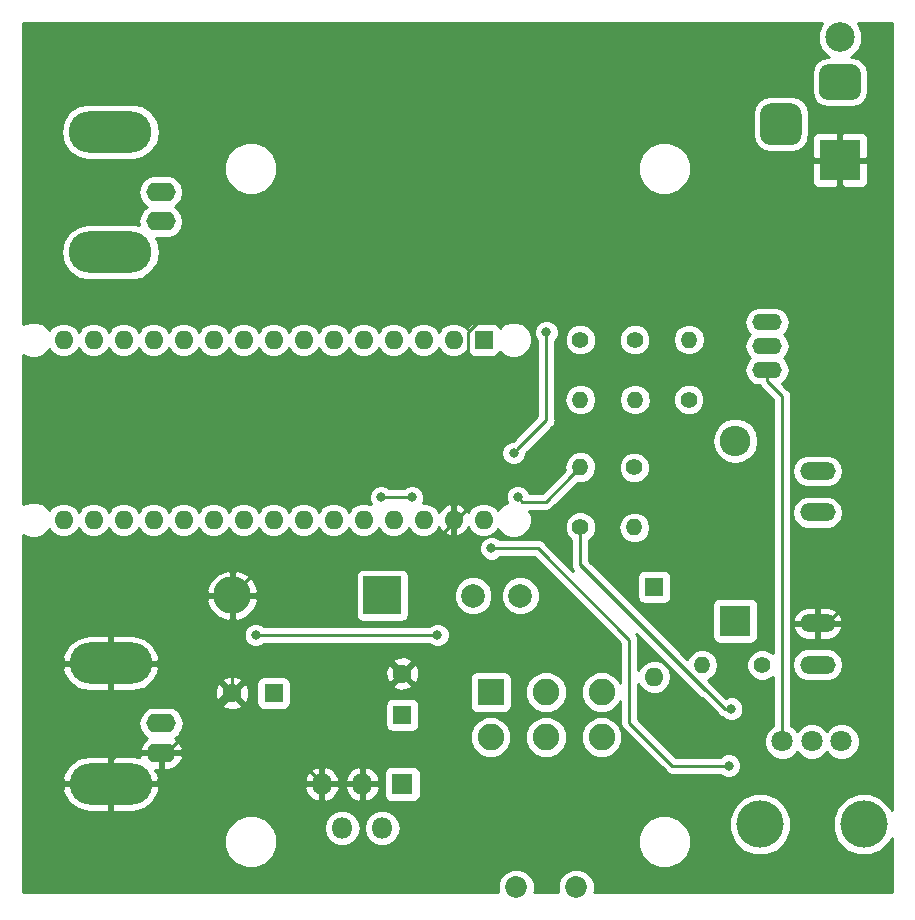
<source format=gbr>
G04 #@! TF.GenerationSoftware,KiCad,Pcbnew,(5.0.0)*
G04 #@! TF.CreationDate,2018-09-07T11:03:02+01:00*
G04 #@! TF.ProjectId,OpenSpritzer,4F70656E53707269747A65722E6B6963,rev?*
G04 #@! TF.SameCoordinates,Original*
G04 #@! TF.FileFunction,Copper,L2,Bot,Signal*
G04 #@! TF.FilePolarity,Positive*
%FSLAX46Y46*%
G04 Gerber Fmt 4.6, Leading zero omitted, Abs format (unit mm)*
G04 Created by KiCad (PCBNEW (5.0.0)) date 09/07/18 11:03:02*
%MOMM*%
%LPD*%
G01*
G04 APERTURE LIST*
G04 #@! TA.AperFunction,ComponentPad*
%ADD10O,1.400000X1.400000*%
G04 #@! TD*
G04 #@! TA.AperFunction,ComponentPad*
%ADD11C,1.400000*%
G04 #@! TD*
G04 #@! TA.AperFunction,ComponentPad*
%ADD12C,1.600000*%
G04 #@! TD*
G04 #@! TA.AperFunction,ComponentPad*
%ADD13R,1.600000X1.600000*%
G04 #@! TD*
G04 #@! TA.AperFunction,ComponentPad*
%ADD14R,2.250000X2.250000*%
G04 #@! TD*
G04 #@! TA.AperFunction,ComponentPad*
%ADD15C,2.250000*%
G04 #@! TD*
G04 #@! TA.AperFunction,ComponentPad*
%ADD16C,1.850000*%
G04 #@! TD*
G04 #@! TA.AperFunction,ComponentPad*
%ADD17O,3.010000X1.510000*%
G04 #@! TD*
G04 #@! TA.AperFunction,Conductor*
%ADD18C,0.100000*%
G04 #@! TD*
G04 #@! TA.AperFunction,ComponentPad*
%ADD19C,3.500000*%
G04 #@! TD*
G04 #@! TA.AperFunction,ComponentPad*
%ADD20C,3.000000*%
G04 #@! TD*
G04 #@! TA.AperFunction,ComponentPad*
%ADD21R,3.500000X3.500000*%
G04 #@! TD*
G04 #@! TA.AperFunction,ComponentPad*
%ADD22C,2.500000*%
G04 #@! TD*
G04 #@! TA.AperFunction,ComponentPad*
%ADD23O,7.000240X3.500120*%
G04 #@! TD*
G04 #@! TA.AperFunction,ComponentPad*
%ADD24O,2.499360X1.600200*%
G04 #@! TD*
G04 #@! TA.AperFunction,ComponentPad*
%ADD25O,2.500000X1.400000*%
G04 #@! TD*
G04 #@! TA.AperFunction,ComponentPad*
%ADD26C,1.800000*%
G04 #@! TD*
G04 #@! TA.AperFunction,WasherPad*
%ADD27C,4.000000*%
G04 #@! TD*
G04 #@! TA.AperFunction,ComponentPad*
%ADD28O,1.600000X1.600000*%
G04 #@! TD*
G04 #@! TA.AperFunction,ComponentPad*
%ADD29R,2.600000X2.600000*%
G04 #@! TD*
G04 #@! TA.AperFunction,ComponentPad*
%ADD30O,2.600000X2.600000*%
G04 #@! TD*
G04 #@! TA.AperFunction,ComponentPad*
%ADD31R,3.200000X3.200000*%
G04 #@! TD*
G04 #@! TA.AperFunction,ComponentPad*
%ADD32O,3.200000X3.200000*%
G04 #@! TD*
G04 #@! TA.AperFunction,ComponentPad*
%ADD33C,2.000000*%
G04 #@! TD*
G04 #@! TA.AperFunction,ComponentPad*
%ADD34R,1.800000X1.800000*%
G04 #@! TD*
G04 #@! TA.AperFunction,ComponentPad*
%ADD35O,1.800000X1.800000*%
G04 #@! TD*
G04 #@! TA.AperFunction,ViaPad*
%ADD36C,0.800000*%
G04 #@! TD*
G04 #@! TA.AperFunction,Conductor*
%ADD37C,0.250000*%
G04 #@! TD*
G04 #@! TA.AperFunction,Conductor*
%ADD38C,0.254000*%
G04 #@! TD*
G04 APERTURE END LIST*
D10*
G04 #@! TO.P,,2*
G04 #@! TO.N,Net-(A1-Pad5)*
X147900000Y-107580000D03*
D11*
G04 #@! TO.P,,1*
G04 #@! TO.N,Net-(J1-Pad1)*
X147900000Y-102500000D03*
G04 #@! TD*
D10*
G04 #@! TO.P,,2*
G04 #@! TO.N,Net-(Q1-Pad1)*
X152500000Y-107580000D03*
D11*
G04 #@! TO.P,,1*
G04 #@! TO.N,Net-(J1-Pad1)*
X152500000Y-102500000D03*
G04 #@! TD*
D10*
G04 #@! TO.P,,2*
G04 #@! TO.N,Net-(Q1-Pad2)*
X157075000Y-102495000D03*
D11*
G04 #@! TO.P,,1*
G04 #@! TO.N,Net-(Q1-Pad1)*
X157075000Y-107575000D03*
G04 #@! TD*
D10*
G04 #@! TO.P,,2*
G04 #@! TO.N,Net-(D2-Pad1)*
X152475000Y-118405000D03*
D11*
G04 #@! TO.P,,1*
G04 #@! TO.N,Net-(Q1-Pad2)*
X152475000Y-113325000D03*
G04 #@! TD*
D10*
G04 #@! TO.P,,2*
G04 #@! TO.N,Net-(A1-Pad19)*
X147900000Y-113295000D03*
D11*
G04 #@! TO.P,,1*
G04 #@! TO.N,Net-(R1-Pad1)*
X147900000Y-118375000D03*
G04 #@! TD*
D12*
G04 #@! TO.P,,2*
G04 #@! TO.N,GNDREF*
X118425000Y-132425000D03*
D13*
G04 #@! TO.P,,1*
G04 #@! TO.N,Net-(A1-Pad30)*
X121925000Y-132425000D03*
G04 #@! TD*
D10*
G04 #@! TO.P,,2*
G04 #@! TO.N,Net-(R2-Pad2)*
X158220000Y-130050000D03*
D11*
G04 #@! TO.P,,1*
G04 #@! TO.N,Net-(D1-Pad2)*
X163300000Y-130050000D03*
G04 #@! TD*
D14*
G04 #@! TO.P,,1*
G04 #@! TO.N,Net-(J4-Pad1)*
X140300000Y-132350000D03*
D15*
G04 #@! TO.P,,2*
G04 #@! TO.N,Net-(R2-Pad2)*
X145000000Y-132350000D03*
G04 #@! TO.P,,3*
G04 #@! TO.N,Net-(A1-Pad13)*
X149700000Y-132350000D03*
G04 #@! TO.P,,4*
G04 #@! TO.N,Net-(J4-Pad1)*
X140300000Y-136160000D03*
G04 #@! TO.P,,5*
G04 #@! TO.N,Net-(D2-Pad2)*
X145000000Y-136160000D03*
G04 #@! TO.P,,6*
G04 #@! TO.N,Net-(A1-Pad8)*
X149700000Y-136160000D03*
D16*
G04 #@! TO.P,,7*
G04 #@! TO.N,N/C*
X142460000Y-148860000D03*
G04 #@! TO.P,,8*
X147540000Y-148860000D03*
G04 #@! TD*
D17*
G04 #@! TO.P,,1*
G04 #@! TO.N,GNDREF*
X168000000Y-126525000D03*
G04 #@! TO.P,,2*
G04 #@! TO.N,Net-(D1-Pad2)*
X168000000Y-130025000D03*
G04 #@! TD*
D18*
G04 #@! TO.N,N/C*
G04 #@! TO.C,*
G36*
X165835765Y-82504213D02*
X165920704Y-82516813D01*
X166003999Y-82537677D01*
X166084848Y-82566605D01*
X166162472Y-82603319D01*
X166236124Y-82647464D01*
X166305094Y-82698616D01*
X166368718Y-82756282D01*
X166426384Y-82819906D01*
X166477536Y-82888876D01*
X166521681Y-82962528D01*
X166558395Y-83040152D01*
X166587323Y-83121001D01*
X166608187Y-83204296D01*
X166620787Y-83289235D01*
X166625000Y-83375000D01*
X166625000Y-85125000D01*
X166620787Y-85210765D01*
X166608187Y-85295704D01*
X166587323Y-85378999D01*
X166558395Y-85459848D01*
X166521681Y-85537472D01*
X166477536Y-85611124D01*
X166426384Y-85680094D01*
X166368718Y-85743718D01*
X166305094Y-85801384D01*
X166236124Y-85852536D01*
X166162472Y-85896681D01*
X166084848Y-85933395D01*
X166003999Y-85962323D01*
X165920704Y-85983187D01*
X165835765Y-85995787D01*
X165750000Y-86000000D01*
X164000000Y-86000000D01*
X163914235Y-85995787D01*
X163829296Y-85983187D01*
X163746001Y-85962323D01*
X163665152Y-85933395D01*
X163587528Y-85896681D01*
X163513876Y-85852536D01*
X163444906Y-85801384D01*
X163381282Y-85743718D01*
X163323616Y-85680094D01*
X163272464Y-85611124D01*
X163228319Y-85537472D01*
X163191605Y-85459848D01*
X163162677Y-85378999D01*
X163141813Y-85295704D01*
X163129213Y-85210765D01*
X163125000Y-85125000D01*
X163125000Y-83375000D01*
X163129213Y-83289235D01*
X163141813Y-83204296D01*
X163162677Y-83121001D01*
X163191605Y-83040152D01*
X163228319Y-82962528D01*
X163272464Y-82888876D01*
X163323616Y-82819906D01*
X163381282Y-82756282D01*
X163444906Y-82698616D01*
X163513876Y-82647464D01*
X163587528Y-82603319D01*
X163665152Y-82566605D01*
X163746001Y-82537677D01*
X163829296Y-82516813D01*
X163914235Y-82504213D01*
X164000000Y-82500000D01*
X165750000Y-82500000D01*
X165835765Y-82504213D01*
X165835765Y-82504213D01*
G37*
D19*
G04 #@! TD*
G04 #@! TO.P,,3*
G04 #@! TO.N,N/C*
X164875000Y-84250000D03*
D18*
G04 #@! TO.N,Net-(C1-Pad1)*
G04 #@! TO.C,*
G36*
X170948513Y-79203611D02*
X171021318Y-79214411D01*
X171092714Y-79232295D01*
X171162013Y-79257090D01*
X171228548Y-79288559D01*
X171291678Y-79326398D01*
X171350795Y-79370242D01*
X171405330Y-79419670D01*
X171454758Y-79474205D01*
X171498602Y-79533322D01*
X171536441Y-79596452D01*
X171567910Y-79662987D01*
X171592705Y-79732286D01*
X171610589Y-79803682D01*
X171621389Y-79876487D01*
X171625000Y-79950000D01*
X171625000Y-81450000D01*
X171621389Y-81523513D01*
X171610589Y-81596318D01*
X171592705Y-81667714D01*
X171567910Y-81737013D01*
X171536441Y-81803548D01*
X171498602Y-81866678D01*
X171454758Y-81925795D01*
X171405330Y-81980330D01*
X171350795Y-82029758D01*
X171291678Y-82073602D01*
X171228548Y-82111441D01*
X171162013Y-82142910D01*
X171092714Y-82167705D01*
X171021318Y-82185589D01*
X170948513Y-82196389D01*
X170875000Y-82200000D01*
X168875000Y-82200000D01*
X168801487Y-82196389D01*
X168728682Y-82185589D01*
X168657286Y-82167705D01*
X168587987Y-82142910D01*
X168521452Y-82111441D01*
X168458322Y-82073602D01*
X168399205Y-82029758D01*
X168344670Y-81980330D01*
X168295242Y-81925795D01*
X168251398Y-81866678D01*
X168213559Y-81803548D01*
X168182090Y-81737013D01*
X168157295Y-81667714D01*
X168139411Y-81596318D01*
X168128611Y-81523513D01*
X168125000Y-81450000D01*
X168125000Y-79950000D01*
X168128611Y-79876487D01*
X168139411Y-79803682D01*
X168157295Y-79732286D01*
X168182090Y-79662987D01*
X168213559Y-79596452D01*
X168251398Y-79533322D01*
X168295242Y-79474205D01*
X168344670Y-79419670D01*
X168399205Y-79370242D01*
X168458322Y-79326398D01*
X168521452Y-79288559D01*
X168587987Y-79257090D01*
X168657286Y-79232295D01*
X168728682Y-79214411D01*
X168801487Y-79203611D01*
X168875000Y-79200000D01*
X170875000Y-79200000D01*
X170948513Y-79203611D01*
X170948513Y-79203611D01*
G37*
D20*
G04 #@! TD*
G04 #@! TO.P,,2*
G04 #@! TO.N,Net-(C1-Pad1)*
X169875000Y-80700000D03*
D21*
G04 #@! TO.P,,1*
G04 #@! TO.N,GNDREF*
X169875000Y-87300000D03*
D22*
G04 #@! TO.P,,4*
G04 #@! TO.N,N/C*
X169875000Y-76900000D03*
G04 #@! TD*
D17*
G04 #@! TO.P,,2*
G04 #@! TO.N,Net-(D3-Pad2)*
X168000000Y-117125000D03*
G04 #@! TO.P,,1*
G04 #@! TO.N,Net-(C1-Pad1)*
X168000000Y-113625000D03*
G04 #@! TD*
D23*
G04 #@! TO.P,,2*
G04 #@! TO.N,Net-(A1-Pad27)*
X108111600Y-95097780D03*
X108111600Y-84899680D03*
D24*
G04 #@! TO.P,,1*
G04 #@! TO.N,Net-(J1-Pad1)*
X112376260Y-90000000D03*
G04 #@! TO.P,,2*
G04 #@! TO.N,Net-(A1-Pad27)*
X112376260Y-92499360D03*
G04 #@! TD*
D25*
G04 #@! TO.P,,2*
G04 #@! TO.N,Net-(Q1-Pad2)*
X163700000Y-103050000D03*
G04 #@! TO.P,,1*
G04 #@! TO.N,Net-(Q1-Pad1)*
X163700000Y-105050000D03*
G04 #@! TO.P,,3*
G04 #@! TO.N,Net-(D3-Pad2)*
X163700000Y-101050000D03*
G04 #@! TD*
D26*
G04 #@! TO.P,,3*
G04 #@! TO.N,Net-(A1-Pad27)*
X170000000Y-136525000D03*
G04 #@! TO.P,,2*
G04 #@! TO.N,Net-(R1-Pad1)*
X167500000Y-136525000D03*
G04 #@! TO.P,,1*
G04 #@! TO.N,Net-(Q1-Pad1)*
X165000000Y-136525000D03*
D27*
G04 #@! TO.P,,0*
G04 #@! TO.N,*
X171900000Y-143525000D03*
X163100000Y-143525000D03*
G04 #@! TD*
D13*
G04 #@! TO.P,,1*
G04 #@! TO.N,Net-(A1-Pad1)*
X139700000Y-102500000D03*
D28*
G04 #@! TO.P,,17*
G04 #@! TO.N,Net-(A1-Pad17)*
X106680000Y-117740000D03*
G04 #@! TO.P,,2*
G04 #@! TO.N,Net-(A1-Pad2)*
X137160000Y-102500000D03*
G04 #@! TO.P,,18*
G04 #@! TO.N,Net-(A1-Pad18)*
X109220000Y-117740000D03*
G04 #@! TO.P,,3*
G04 #@! TO.N,Net-(A1-Pad3)*
X134620000Y-102500000D03*
G04 #@! TO.P,,19*
G04 #@! TO.N,Net-(A1-Pad19)*
X111760000Y-117740000D03*
G04 #@! TO.P,,4*
G04 #@! TO.N,Net-(A1-Pad4)*
X132080000Y-102500000D03*
G04 #@! TO.P,,20*
G04 #@! TO.N,Net-(A1-Pad20)*
X114300000Y-117740000D03*
G04 #@! TO.P,,5*
G04 #@! TO.N,Net-(A1-Pad5)*
X129540000Y-102500000D03*
G04 #@! TO.P,,21*
G04 #@! TO.N,Net-(A1-Pad21)*
X116840000Y-117740000D03*
G04 #@! TO.P,,6*
G04 #@! TO.N,Net-(A1-Pad6)*
X127000000Y-102500000D03*
G04 #@! TO.P,,22*
G04 #@! TO.N,Net-(A1-Pad22)*
X119380000Y-117740000D03*
G04 #@! TO.P,,7*
G04 #@! TO.N,Net-(A1-Pad7)*
X124460000Y-102500000D03*
G04 #@! TO.P,,23*
G04 #@! TO.N,Net-(A1-Pad23)*
X121920000Y-117740000D03*
G04 #@! TO.P,,8*
G04 #@! TO.N,Net-(A1-Pad8)*
X121920000Y-102500000D03*
G04 #@! TO.P,,24*
G04 #@! TO.N,Net-(A1-Pad24)*
X124460000Y-117740000D03*
G04 #@! TO.P,,9*
G04 #@! TO.N,Net-(A1-Pad9)*
X119380000Y-102500000D03*
G04 #@! TO.P,,25*
G04 #@! TO.N,Net-(A1-Pad25)*
X127000000Y-117740000D03*
G04 #@! TO.P,,10*
G04 #@! TO.N,Net-(A1-Pad10)*
X116840000Y-102500000D03*
G04 #@! TO.P,,26*
G04 #@! TO.N,Net-(A1-Pad26)*
X129540000Y-117740000D03*
G04 #@! TO.P,,11*
G04 #@! TO.N,Net-(A1-Pad11)*
X114300000Y-102500000D03*
G04 #@! TO.P,,27*
G04 #@! TO.N,Net-(A1-Pad27)*
X132080000Y-117740000D03*
G04 #@! TO.P,,12*
G04 #@! TO.N,Net-(A1-Pad12)*
X111760000Y-102500000D03*
G04 #@! TO.P,,28*
G04 #@! TO.N,Net-(A1-Pad28)*
X134620000Y-117740000D03*
G04 #@! TO.P,,13*
G04 #@! TO.N,Net-(A1-Pad13)*
X109220000Y-102500000D03*
G04 #@! TO.P,,29*
G04 #@! TO.N,GNDREF*
X137160000Y-117740000D03*
G04 #@! TO.P,,14*
G04 #@! TO.N,Net-(A1-Pad14)*
X106680000Y-102500000D03*
G04 #@! TO.P,,30*
G04 #@! TO.N,Net-(A1-Pad30)*
X139700000Y-117740000D03*
G04 #@! TO.P,,15*
G04 #@! TO.N,Net-(A1-Pad15)*
X104140000Y-102500000D03*
G04 #@! TO.P,,16*
G04 #@! TO.N,Net-(A1-Pad16)*
X104140000Y-117740000D03*
G04 #@! TD*
D13*
G04 #@! TO.P,,1*
G04 #@! TO.N,Net-(D2-Pad1)*
X154150000Y-123425000D03*
D28*
G04 #@! TO.P,,2*
G04 #@! TO.N,Net-(D2-Pad2)*
X154150000Y-131045000D03*
G04 #@! TD*
D29*
G04 #@! TO.P,,1*
G04 #@! TO.N,Net-(C1-Pad1)*
X161000000Y-126300000D03*
D30*
G04 #@! TO.P,,2*
G04 #@! TO.N,Net-(D3-Pad2)*
X161000000Y-111060000D03*
G04 #@! TD*
D13*
G04 #@! TO.P,,1*
G04 #@! TO.N,Net-(C1-Pad1)*
X132825000Y-134275000D03*
D12*
G04 #@! TO.P,,2*
G04 #@! TO.N,GNDREF*
X132825000Y-130775000D03*
G04 #@! TD*
D31*
G04 #@! TO.P,,1*
G04 #@! TO.N,Net-(D4-Pad1)*
X131125000Y-124150000D03*
D32*
G04 #@! TO.P,,2*
G04 #@! TO.N,GNDREF*
X118425000Y-124150000D03*
G04 #@! TD*
D33*
G04 #@! TO.P,,1*
G04 #@! TO.N,Net-(A1-Pad30)*
X142825000Y-124175000D03*
G04 #@! TO.P,,2*
G04 #@! TO.N,Net-(D4-Pad1)*
X138825000Y-124175000D03*
G04 #@! TD*
D34*
G04 #@! TO.P,,1*
G04 #@! TO.N,Net-(C1-Pad1)*
X132825000Y-140125000D03*
D35*
G04 #@! TO.P,,2*
G04 #@! TO.N,Net-(D4-Pad1)*
X131125000Y-143825000D03*
G04 #@! TO.P,,3*
G04 #@! TO.N,GNDREF*
X129425000Y-140125000D03*
G04 #@! TO.P,,4*
G04 #@! TO.N,Net-(A1-Pad30)*
X127725000Y-143825000D03*
G04 #@! TO.P,,5*
G04 #@! TO.N,GNDREF*
X126025000Y-140125000D03*
G04 #@! TD*
D24*
G04 #@! TO.P,,2*
G04 #@! TO.N,GNDREF*
X112401260Y-137499360D03*
G04 #@! TO.P,,1*
G04 #@! TO.N,Net-(J4-Pad1)*
X112401260Y-135000000D03*
D23*
G04 #@! TO.P,,2*
G04 #@! TO.N,GNDREF*
X108136600Y-129899680D03*
X108136600Y-140097780D03*
G04 #@! TD*
D36*
G04 #@! TO.N,Net-(A1-Pad27)*
X160450000Y-138575000D03*
X142250000Y-112100000D03*
X145025000Y-101875000D03*
X140375000Y-120175000D03*
G04 #@! TO.N,Net-(A1-Pad19)*
X142600000Y-115825000D03*
X133650000Y-115850000D03*
X131025000Y-115850000D03*
G04 #@! TO.N,Net-(R1-Pad1)*
X160675000Y-133750000D03*
G04 #@! TO.N,Net-(J4-Pad1)*
X120425000Y-127500000D03*
X135800000Y-127500000D03*
G04 #@! TD*
D37*
G04 #@! TO.N,GNDREF*
X118425000Y-124150000D02*
X118425000Y-132425000D01*
X126125000Y-140125000D02*
X129425000Y-140125000D01*
X118425000Y-132425000D02*
X126125000Y-140125000D01*
X129425000Y-134175000D02*
X132825000Y-130775000D01*
X129425000Y-140125000D02*
X129425000Y-134175000D01*
X168750000Y-126525000D02*
X172375000Y-122900000D01*
X168000000Y-126525000D02*
X168750000Y-126525000D01*
X169875000Y-89300000D02*
X169875000Y-87300000D01*
X172375000Y-91800000D02*
X169875000Y-89300000D01*
X172375000Y-122900000D02*
X172375000Y-91800000D01*
X118425000Y-124150000D02*
X121650000Y-120925000D01*
X134200000Y-120925000D02*
X137160000Y-117965000D01*
X121650000Y-120925000D02*
X134200000Y-120925000D01*
X138375000Y-116750000D02*
X137160000Y-117965000D01*
X138375000Y-101864998D02*
X138375000Y-116750000D01*
X139714998Y-100525000D02*
X138375000Y-101864998D01*
X169875000Y-89300000D02*
X158650000Y-100525000D01*
X158650000Y-100525000D02*
X139714998Y-100525000D01*
X108136600Y-129899680D02*
X108136600Y-140097780D01*
X108136600Y-138097720D02*
X108136600Y-140097780D01*
X108734960Y-137499360D02*
X108136600Y-138097720D01*
X112401260Y-137499360D02*
X108734960Y-137499360D01*
X117925200Y-132425000D02*
X118425000Y-132425000D01*
X112850840Y-137499360D02*
X117925200Y-132425000D01*
X112401260Y-137499360D02*
X112850840Y-137499360D01*
G04 #@! TO.N,Net-(A1-Pad27)*
X142649999Y-111700001D02*
X142250000Y-112100000D01*
X145025000Y-109325000D02*
X142649999Y-111700001D01*
X145025000Y-101875000D02*
X145025000Y-109325000D01*
X159200000Y-138575000D02*
X160450000Y-138575000D01*
X155700000Y-138575000D02*
X160450000Y-138575000D01*
X152050000Y-134925000D02*
X155700000Y-138575000D01*
X152050000Y-127900000D02*
X152050000Y-134925000D01*
X140375000Y-120175000D02*
X144325000Y-120175000D01*
X144325000Y-120175000D02*
X152050000Y-127900000D01*
G04 #@! TO.N,Net-(A1-Pad19)*
X131025000Y-115850000D02*
X133600000Y-115850000D01*
X147200001Y-113994999D02*
X147900000Y-113295000D01*
X144970001Y-116224999D02*
X147200001Y-113994999D01*
X142999999Y-116224999D02*
X144970001Y-116224999D01*
X142600000Y-115825000D02*
X142999999Y-116224999D01*
G04 #@! TO.N,Net-(R1-Pad1)*
X147900000Y-121600000D02*
X147900000Y-118375000D01*
X158470001Y-132170001D02*
X147900000Y-121600000D01*
X147900000Y-119364949D02*
X147900000Y-118375000D01*
X147900000Y-121540685D02*
X147900000Y-119364949D01*
X160109315Y-133750000D02*
X147900000Y-121540685D01*
X160675000Y-133750000D02*
X160109315Y-133750000D01*
G04 #@! TO.N,Net-(J4-Pad1)*
X135234315Y-127500000D02*
X120425000Y-127500000D01*
X135800000Y-127500000D02*
X135234315Y-127500000D01*
G04 #@! TO.N,Net-(Q1-Pad1)*
X164950000Y-134327208D02*
X164950000Y-107250000D01*
X165000000Y-107300000D02*
X164150000Y-106450000D01*
X165000000Y-136525000D02*
X165000000Y-107300000D01*
X164950000Y-107250000D02*
X164150000Y-106450000D01*
X163700000Y-106000000D02*
X163700000Y-105050000D01*
X164150000Y-106450000D02*
X163700000Y-106000000D01*
G04 #@! TD*
D38*
G04 #@! TO.N,GNDREF*
G36*
X168276974Y-75832233D02*
X167990000Y-76525050D01*
X167990000Y-77274950D01*
X168276974Y-77967767D01*
X168807233Y-78498026D01*
X168938890Y-78552560D01*
X168875000Y-78552560D01*
X168340223Y-78658934D01*
X167886861Y-78961861D01*
X167583934Y-79415223D01*
X167477560Y-79950000D01*
X167477560Y-81450000D01*
X167583934Y-81984777D01*
X167886861Y-82438139D01*
X168340223Y-82741066D01*
X168875000Y-82847440D01*
X170875000Y-82847440D01*
X171409777Y-82741066D01*
X171863139Y-82438139D01*
X172166066Y-81984777D01*
X172272440Y-81450000D01*
X172272440Y-79950000D01*
X172166066Y-79415223D01*
X171863139Y-78961861D01*
X171409777Y-78658934D01*
X170875000Y-78552560D01*
X170811110Y-78552560D01*
X170942767Y-78498026D01*
X171473026Y-77967767D01*
X171760000Y-77274950D01*
X171760000Y-76525050D01*
X171473026Y-75832233D01*
X171375793Y-75735000D01*
X174265000Y-75735000D01*
X174265001Y-142349030D01*
X174133845Y-142032392D01*
X173392608Y-141291155D01*
X172424134Y-140890000D01*
X171375866Y-140890000D01*
X170407392Y-141291155D01*
X169666155Y-142032392D01*
X169265000Y-143000866D01*
X169265000Y-144049134D01*
X169666155Y-145017608D01*
X170407392Y-145758845D01*
X171375866Y-146160000D01*
X172424134Y-146160000D01*
X173392608Y-145758845D01*
X174133845Y-145017608D01*
X174265001Y-144700970D01*
X174265001Y-149265000D01*
X149060775Y-149265000D01*
X149100000Y-149170303D01*
X149100000Y-148549697D01*
X148862504Y-147976331D01*
X148423669Y-147537496D01*
X147850303Y-147300000D01*
X147229697Y-147300000D01*
X146656331Y-147537496D01*
X146217496Y-147976331D01*
X145980000Y-148549697D01*
X145980000Y-149170303D01*
X146019225Y-149265000D01*
X143980775Y-149265000D01*
X144020000Y-149170303D01*
X144020000Y-148549697D01*
X143782504Y-147976331D01*
X143343669Y-147537496D01*
X142770303Y-147300000D01*
X142149697Y-147300000D01*
X141576331Y-147537496D01*
X141137496Y-147976331D01*
X140900000Y-148549697D01*
X140900000Y-149170303D01*
X140939225Y-149265000D01*
X100735000Y-149265000D01*
X100735000Y-144555431D01*
X117765000Y-144555431D01*
X117765000Y-145444569D01*
X118105259Y-146266026D01*
X118733974Y-146894741D01*
X119555431Y-147235000D01*
X120444569Y-147235000D01*
X121266026Y-146894741D01*
X121894741Y-146266026D01*
X122235000Y-145444569D01*
X122235000Y-144555431D01*
X121932446Y-143825000D01*
X126159928Y-143825000D01*
X126279062Y-144423927D01*
X126618327Y-144931673D01*
X127126073Y-145270938D01*
X127573818Y-145360000D01*
X127876182Y-145360000D01*
X128323927Y-145270938D01*
X128831673Y-144931673D01*
X129170938Y-144423927D01*
X129290072Y-143825000D01*
X129559928Y-143825000D01*
X129679062Y-144423927D01*
X130018327Y-144931673D01*
X130526073Y-145270938D01*
X130973818Y-145360000D01*
X131276182Y-145360000D01*
X131723927Y-145270938D01*
X132231673Y-144931673D01*
X132483069Y-144555431D01*
X152765000Y-144555431D01*
X152765000Y-145444569D01*
X153105259Y-146266026D01*
X153733974Y-146894741D01*
X154555431Y-147235000D01*
X155444569Y-147235000D01*
X156266026Y-146894741D01*
X156894741Y-146266026D01*
X157235000Y-145444569D01*
X157235000Y-144555431D01*
X156894741Y-143733974D01*
X156266026Y-143105259D01*
X156014000Y-143000866D01*
X160465000Y-143000866D01*
X160465000Y-144049134D01*
X160866155Y-145017608D01*
X161607392Y-145758845D01*
X162575866Y-146160000D01*
X163624134Y-146160000D01*
X164592608Y-145758845D01*
X165333845Y-145017608D01*
X165735000Y-144049134D01*
X165735000Y-143000866D01*
X165333845Y-142032392D01*
X164592608Y-141291155D01*
X163624134Y-140890000D01*
X162575866Y-140890000D01*
X161607392Y-141291155D01*
X160866155Y-142032392D01*
X160465000Y-143000866D01*
X156014000Y-143000866D01*
X155444569Y-142765000D01*
X154555431Y-142765000D01*
X153733974Y-143105259D01*
X153105259Y-143733974D01*
X152765000Y-144555431D01*
X132483069Y-144555431D01*
X132570938Y-144423927D01*
X132690072Y-143825000D01*
X132570938Y-143226073D01*
X132231673Y-142718327D01*
X131723927Y-142379062D01*
X131276182Y-142290000D01*
X130973818Y-142290000D01*
X130526073Y-142379062D01*
X130018327Y-142718327D01*
X129679062Y-143226073D01*
X129559928Y-143825000D01*
X129290072Y-143825000D01*
X129170938Y-143226073D01*
X128831673Y-142718327D01*
X128323927Y-142379062D01*
X127876182Y-142290000D01*
X127573818Y-142290000D01*
X127126073Y-142379062D01*
X126618327Y-142718327D01*
X126279062Y-143226073D01*
X126159928Y-143825000D01*
X121932446Y-143825000D01*
X121894741Y-143733974D01*
X121266026Y-143105259D01*
X120444569Y-142765000D01*
X119555431Y-142765000D01*
X118733974Y-143105259D01*
X118105259Y-143733974D01*
X117765000Y-144555431D01*
X100735000Y-144555431D01*
X100735000Y-140595793D01*
X104054054Y-140595793D01*
X104134431Y-140893170D01*
X104610245Y-141694469D01*
X105356484Y-142252687D01*
X106259540Y-142482840D01*
X108009600Y-142482840D01*
X108009600Y-140224780D01*
X108263600Y-140224780D01*
X108263600Y-142482840D01*
X110013660Y-142482840D01*
X110916716Y-142252687D01*
X111662955Y-141694469D01*
X112138769Y-140893170D01*
X112219146Y-140595793D01*
X112187760Y-140489740D01*
X124533964Y-140489740D01*
X124712760Y-140921417D01*
X125117424Y-141362966D01*
X125660258Y-141616046D01*
X125898000Y-141495997D01*
X125898000Y-140252000D01*
X126152000Y-140252000D01*
X126152000Y-141495997D01*
X126389742Y-141616046D01*
X126932576Y-141362966D01*
X127337240Y-140921417D01*
X127516036Y-140489740D01*
X127933964Y-140489740D01*
X128112760Y-140921417D01*
X128517424Y-141362966D01*
X129060258Y-141616046D01*
X129298000Y-141495997D01*
X129298000Y-140252000D01*
X129552000Y-140252000D01*
X129552000Y-141495997D01*
X129789742Y-141616046D01*
X130332576Y-141362966D01*
X130737240Y-140921417D01*
X130916036Y-140489740D01*
X130795378Y-140252000D01*
X129552000Y-140252000D01*
X129298000Y-140252000D01*
X128054622Y-140252000D01*
X127933964Y-140489740D01*
X127516036Y-140489740D01*
X127395378Y-140252000D01*
X126152000Y-140252000D01*
X125898000Y-140252000D01*
X124654622Y-140252000D01*
X124533964Y-140489740D01*
X112187760Y-140489740D01*
X112109345Y-140224780D01*
X108263600Y-140224780D01*
X108009600Y-140224780D01*
X104163855Y-140224780D01*
X104054054Y-140595793D01*
X100735000Y-140595793D01*
X100735000Y-139599767D01*
X104054054Y-139599767D01*
X104163855Y-139970780D01*
X108009600Y-139970780D01*
X108009600Y-137712720D01*
X108263600Y-137712720D01*
X108263600Y-139970780D01*
X112109345Y-139970780D01*
X112171648Y-139760260D01*
X124533964Y-139760260D01*
X124654622Y-139998000D01*
X125898000Y-139998000D01*
X125898000Y-138754003D01*
X126152000Y-138754003D01*
X126152000Y-139998000D01*
X127395378Y-139998000D01*
X127516036Y-139760260D01*
X127933964Y-139760260D01*
X128054622Y-139998000D01*
X129298000Y-139998000D01*
X129298000Y-138754003D01*
X129552000Y-138754003D01*
X129552000Y-139998000D01*
X130795378Y-139998000D01*
X130916036Y-139760260D01*
X130737240Y-139328583D01*
X130642310Y-139225000D01*
X131277560Y-139225000D01*
X131277560Y-141025000D01*
X131326843Y-141272765D01*
X131467191Y-141482809D01*
X131677235Y-141623157D01*
X131925000Y-141672440D01*
X133725000Y-141672440D01*
X133972765Y-141623157D01*
X134182809Y-141482809D01*
X134323157Y-141272765D01*
X134372440Y-141025000D01*
X134372440Y-139225000D01*
X134323157Y-138977235D01*
X134182809Y-138767191D01*
X133972765Y-138626843D01*
X133725000Y-138577560D01*
X131925000Y-138577560D01*
X131677235Y-138626843D01*
X131467191Y-138767191D01*
X131326843Y-138977235D01*
X131277560Y-139225000D01*
X130642310Y-139225000D01*
X130332576Y-138887034D01*
X129789742Y-138633954D01*
X129552000Y-138754003D01*
X129298000Y-138754003D01*
X129060258Y-138633954D01*
X128517424Y-138887034D01*
X128112760Y-139328583D01*
X127933964Y-139760260D01*
X127516036Y-139760260D01*
X127337240Y-139328583D01*
X126932576Y-138887034D01*
X126389742Y-138633954D01*
X126152000Y-138754003D01*
X125898000Y-138754003D01*
X125660258Y-138633954D01*
X125117424Y-138887034D01*
X124712760Y-139328583D01*
X124533964Y-139760260D01*
X112171648Y-139760260D01*
X112219146Y-139599767D01*
X112138769Y-139302390D01*
X111920291Y-138934460D01*
X112274260Y-138934460D01*
X112274260Y-137626360D01*
X112528260Y-137626360D01*
X112528260Y-138934460D01*
X112977840Y-138934460D01*
X113517362Y-138776619D01*
X113955412Y-138424327D01*
X114225301Y-137931217D01*
X114242843Y-137848415D01*
X114120856Y-137626360D01*
X112528260Y-137626360D01*
X112274260Y-137626360D01*
X110681664Y-137626360D01*
X110559677Y-137848415D01*
X110560453Y-137852076D01*
X110013660Y-137712720D01*
X108263600Y-137712720D01*
X108009600Y-137712720D01*
X106259540Y-137712720D01*
X105356484Y-137942873D01*
X104610245Y-138501091D01*
X104134431Y-139302390D01*
X104054054Y-139599767D01*
X100735000Y-139599767D01*
X100735000Y-135000000D01*
X110488465Y-135000000D01*
X110599846Y-135559948D01*
X110917031Y-136034649D01*
X111245412Y-136254066D01*
X110847108Y-136574393D01*
X110577219Y-137067503D01*
X110559677Y-137150305D01*
X110681664Y-137372360D01*
X112274260Y-137372360D01*
X112274260Y-137352360D01*
X112528260Y-137352360D01*
X112528260Y-137372360D01*
X114120856Y-137372360D01*
X114242843Y-137150305D01*
X114225301Y-137067503D01*
X113955412Y-136574393D01*
X113557108Y-136254066D01*
X113885489Y-136034649D01*
X114035652Y-135809914D01*
X138540000Y-135809914D01*
X138540000Y-136510086D01*
X138807944Y-137156960D01*
X139303040Y-137652056D01*
X139949914Y-137920000D01*
X140650086Y-137920000D01*
X141296960Y-137652056D01*
X141792056Y-137156960D01*
X142060000Y-136510086D01*
X142060000Y-135809914D01*
X143240000Y-135809914D01*
X143240000Y-136510086D01*
X143507944Y-137156960D01*
X144003040Y-137652056D01*
X144649914Y-137920000D01*
X145350086Y-137920000D01*
X145996960Y-137652056D01*
X146492056Y-137156960D01*
X146760000Y-136510086D01*
X146760000Y-135809914D01*
X147940000Y-135809914D01*
X147940000Y-136510086D01*
X148207944Y-137156960D01*
X148703040Y-137652056D01*
X149349914Y-137920000D01*
X150050086Y-137920000D01*
X150696960Y-137652056D01*
X151192056Y-137156960D01*
X151460000Y-136510086D01*
X151460000Y-135809914D01*
X151192056Y-135163040D01*
X150696960Y-134667944D01*
X150050086Y-134400000D01*
X149349914Y-134400000D01*
X148703040Y-134667944D01*
X148207944Y-135163040D01*
X147940000Y-135809914D01*
X146760000Y-135809914D01*
X146492056Y-135163040D01*
X145996960Y-134667944D01*
X145350086Y-134400000D01*
X144649914Y-134400000D01*
X144003040Y-134667944D01*
X143507944Y-135163040D01*
X143240000Y-135809914D01*
X142060000Y-135809914D01*
X141792056Y-135163040D01*
X141296960Y-134667944D01*
X140650086Y-134400000D01*
X139949914Y-134400000D01*
X139303040Y-134667944D01*
X138807944Y-135163040D01*
X138540000Y-135809914D01*
X114035652Y-135809914D01*
X114202674Y-135559948D01*
X114314055Y-135000000D01*
X114202674Y-134440052D01*
X113885489Y-133965351D01*
X113410788Y-133648166D01*
X112992183Y-133564900D01*
X111810337Y-133564900D01*
X111391732Y-133648166D01*
X110917031Y-133965351D01*
X110599846Y-134440052D01*
X110488465Y-135000000D01*
X100735000Y-135000000D01*
X100735000Y-133432745D01*
X117596861Y-133432745D01*
X117670995Y-133678864D01*
X118208223Y-133871965D01*
X118778454Y-133844778D01*
X119179005Y-133678864D01*
X119253139Y-133432745D01*
X118425000Y-132604605D01*
X117596861Y-133432745D01*
X100735000Y-133432745D01*
X100735000Y-130397693D01*
X104054054Y-130397693D01*
X104134431Y-130695070D01*
X104610245Y-131496369D01*
X105356484Y-132054587D01*
X106259540Y-132284740D01*
X108009600Y-132284740D01*
X108009600Y-130026680D01*
X108263600Y-130026680D01*
X108263600Y-132284740D01*
X110013660Y-132284740D01*
X110313891Y-132208223D01*
X116978035Y-132208223D01*
X117005222Y-132778454D01*
X117171136Y-133179005D01*
X117417255Y-133253139D01*
X118245395Y-132425000D01*
X118604605Y-132425000D01*
X119432745Y-133253139D01*
X119678864Y-133179005D01*
X119871965Y-132641777D01*
X119844778Y-132071546D01*
X119678864Y-131670995D01*
X119526165Y-131625000D01*
X120477560Y-131625000D01*
X120477560Y-133225000D01*
X120526843Y-133472765D01*
X120667191Y-133682809D01*
X120877235Y-133823157D01*
X121125000Y-133872440D01*
X122725000Y-133872440D01*
X122972765Y-133823157D01*
X123182809Y-133682809D01*
X123321663Y-133475000D01*
X131377560Y-133475000D01*
X131377560Y-135075000D01*
X131426843Y-135322765D01*
X131567191Y-135532809D01*
X131777235Y-135673157D01*
X132025000Y-135722440D01*
X133625000Y-135722440D01*
X133872765Y-135673157D01*
X134082809Y-135532809D01*
X134223157Y-135322765D01*
X134272440Y-135075000D01*
X134272440Y-133475000D01*
X134223157Y-133227235D01*
X134082809Y-133017191D01*
X133872765Y-132876843D01*
X133625000Y-132827560D01*
X132025000Y-132827560D01*
X131777235Y-132876843D01*
X131567191Y-133017191D01*
X131426843Y-133227235D01*
X131377560Y-133475000D01*
X123321663Y-133475000D01*
X123323157Y-133472765D01*
X123372440Y-133225000D01*
X123372440Y-131782745D01*
X131996861Y-131782745D01*
X132070995Y-132028864D01*
X132608223Y-132221965D01*
X133178454Y-132194778D01*
X133579005Y-132028864D01*
X133653139Y-131782745D01*
X132825000Y-130954605D01*
X131996861Y-131782745D01*
X123372440Y-131782745D01*
X123372440Y-131625000D01*
X123323157Y-131377235D01*
X123182809Y-131167191D01*
X122972765Y-131026843D01*
X122725000Y-130977560D01*
X121125000Y-130977560D01*
X120877235Y-131026843D01*
X120667191Y-131167191D01*
X120526843Y-131377235D01*
X120477560Y-131625000D01*
X119526165Y-131625000D01*
X119432745Y-131596861D01*
X118604605Y-132425000D01*
X118245395Y-132425000D01*
X117417255Y-131596861D01*
X117171136Y-131670995D01*
X116978035Y-132208223D01*
X110313891Y-132208223D01*
X110916716Y-132054587D01*
X111662955Y-131496369D01*
X111709933Y-131417255D01*
X117596861Y-131417255D01*
X118425000Y-132245395D01*
X119253139Y-131417255D01*
X119179005Y-131171136D01*
X118641777Y-130978035D01*
X118071546Y-131005222D01*
X117670995Y-131171136D01*
X117596861Y-131417255D01*
X111709933Y-131417255D01*
X112138769Y-130695070D01*
X112175756Y-130558223D01*
X131378035Y-130558223D01*
X131405222Y-131128454D01*
X131571136Y-131529005D01*
X131817255Y-131603139D01*
X132645395Y-130775000D01*
X133004605Y-130775000D01*
X133832745Y-131603139D01*
X134078864Y-131529005D01*
X134188135Y-131225000D01*
X138527560Y-131225000D01*
X138527560Y-133475000D01*
X138576843Y-133722765D01*
X138717191Y-133932809D01*
X138927235Y-134073157D01*
X139175000Y-134122440D01*
X141425000Y-134122440D01*
X141672765Y-134073157D01*
X141882809Y-133932809D01*
X142023157Y-133722765D01*
X142072440Y-133475000D01*
X142072440Y-131999914D01*
X143240000Y-131999914D01*
X143240000Y-132700086D01*
X143507944Y-133346960D01*
X144003040Y-133842056D01*
X144649914Y-134110000D01*
X145350086Y-134110000D01*
X145996960Y-133842056D01*
X146492056Y-133346960D01*
X146760000Y-132700086D01*
X146760000Y-131999914D01*
X146492056Y-131353040D01*
X145996960Y-130857944D01*
X145350086Y-130590000D01*
X144649914Y-130590000D01*
X144003040Y-130857944D01*
X143507944Y-131353040D01*
X143240000Y-131999914D01*
X142072440Y-131999914D01*
X142072440Y-131225000D01*
X142023157Y-130977235D01*
X141882809Y-130767191D01*
X141672765Y-130626843D01*
X141425000Y-130577560D01*
X139175000Y-130577560D01*
X138927235Y-130626843D01*
X138717191Y-130767191D01*
X138576843Y-130977235D01*
X138527560Y-131225000D01*
X134188135Y-131225000D01*
X134271965Y-130991777D01*
X134244778Y-130421546D01*
X134078864Y-130020995D01*
X133832745Y-129946861D01*
X133004605Y-130775000D01*
X132645395Y-130775000D01*
X131817255Y-129946861D01*
X131571136Y-130020995D01*
X131378035Y-130558223D01*
X112175756Y-130558223D01*
X112219146Y-130397693D01*
X112109345Y-130026680D01*
X108263600Y-130026680D01*
X108009600Y-130026680D01*
X104163855Y-130026680D01*
X104054054Y-130397693D01*
X100735000Y-130397693D01*
X100735000Y-129401667D01*
X104054054Y-129401667D01*
X104163855Y-129772680D01*
X108009600Y-129772680D01*
X108009600Y-127514620D01*
X108263600Y-127514620D01*
X108263600Y-129772680D01*
X112109345Y-129772680D01*
X112110950Y-129767255D01*
X131996861Y-129767255D01*
X132825000Y-130595395D01*
X133653139Y-129767255D01*
X133579005Y-129521136D01*
X133041777Y-129328035D01*
X132471546Y-129355222D01*
X132070995Y-129521136D01*
X131996861Y-129767255D01*
X112110950Y-129767255D01*
X112219146Y-129401667D01*
X112138769Y-129104290D01*
X111662955Y-128302991D01*
X110916716Y-127744773D01*
X110013660Y-127514620D01*
X108263600Y-127514620D01*
X108009600Y-127514620D01*
X106259540Y-127514620D01*
X105356484Y-127744773D01*
X104610245Y-128302991D01*
X104134431Y-129104290D01*
X104054054Y-129401667D01*
X100735000Y-129401667D01*
X100735000Y-127294126D01*
X119390000Y-127294126D01*
X119390000Y-127705874D01*
X119547569Y-128086280D01*
X119838720Y-128377431D01*
X120219126Y-128535000D01*
X120630874Y-128535000D01*
X121011280Y-128377431D01*
X121128711Y-128260000D01*
X135096289Y-128260000D01*
X135213720Y-128377431D01*
X135594126Y-128535000D01*
X136005874Y-128535000D01*
X136386280Y-128377431D01*
X136677431Y-128086280D01*
X136835000Y-127705874D01*
X136835000Y-127294126D01*
X136677431Y-126913720D01*
X136386280Y-126622569D01*
X136005874Y-126465000D01*
X135594126Y-126465000D01*
X135213720Y-126622569D01*
X135096289Y-126740000D01*
X121128711Y-126740000D01*
X121011280Y-126622569D01*
X120630874Y-126465000D01*
X120219126Y-126465000D01*
X119838720Y-126622569D01*
X119547569Y-126913720D01*
X119390000Y-127294126D01*
X100735000Y-127294126D01*
X100735000Y-124624503D01*
X116240950Y-124624503D01*
X116545114Y-125358836D01*
X117150813Y-125986220D01*
X117950496Y-126334056D01*
X118298000Y-126222645D01*
X118298000Y-124277000D01*
X118552000Y-124277000D01*
X118552000Y-126222645D01*
X118899504Y-126334056D01*
X119699187Y-125986220D01*
X120304886Y-125358836D01*
X120609050Y-124624503D01*
X120497362Y-124277000D01*
X118552000Y-124277000D01*
X118298000Y-124277000D01*
X116352638Y-124277000D01*
X116240950Y-124624503D01*
X100735000Y-124624503D01*
X100735000Y-123675497D01*
X116240950Y-123675497D01*
X116352638Y-124023000D01*
X118298000Y-124023000D01*
X118298000Y-122077355D01*
X118552000Y-122077355D01*
X118552000Y-124023000D01*
X120497362Y-124023000D01*
X120609050Y-123675497D01*
X120304886Y-122941164D01*
X119927243Y-122550000D01*
X128877560Y-122550000D01*
X128877560Y-125750000D01*
X128926843Y-125997765D01*
X129067191Y-126207809D01*
X129277235Y-126348157D01*
X129525000Y-126397440D01*
X132725000Y-126397440D01*
X132972765Y-126348157D01*
X133182809Y-126207809D01*
X133323157Y-125997765D01*
X133372440Y-125750000D01*
X133372440Y-123849778D01*
X137190000Y-123849778D01*
X137190000Y-124500222D01*
X137438914Y-125101153D01*
X137898847Y-125561086D01*
X138499778Y-125810000D01*
X139150222Y-125810000D01*
X139751153Y-125561086D01*
X140211086Y-125101153D01*
X140460000Y-124500222D01*
X140460000Y-123849778D01*
X141190000Y-123849778D01*
X141190000Y-124500222D01*
X141438914Y-125101153D01*
X141898847Y-125561086D01*
X142499778Y-125810000D01*
X143150222Y-125810000D01*
X143751153Y-125561086D01*
X144211086Y-125101153D01*
X144460000Y-124500222D01*
X144460000Y-123849778D01*
X144211086Y-123248847D01*
X143751153Y-122788914D01*
X143150222Y-122540000D01*
X142499778Y-122540000D01*
X141898847Y-122788914D01*
X141438914Y-123248847D01*
X141190000Y-123849778D01*
X140460000Y-123849778D01*
X140211086Y-123248847D01*
X139751153Y-122788914D01*
X139150222Y-122540000D01*
X138499778Y-122540000D01*
X137898847Y-122788914D01*
X137438914Y-123248847D01*
X137190000Y-123849778D01*
X133372440Y-123849778D01*
X133372440Y-122550000D01*
X133323157Y-122302235D01*
X133182809Y-122092191D01*
X132972765Y-121951843D01*
X132725000Y-121902560D01*
X129525000Y-121902560D01*
X129277235Y-121951843D01*
X129067191Y-122092191D01*
X128926843Y-122302235D01*
X128877560Y-122550000D01*
X119927243Y-122550000D01*
X119699187Y-122313780D01*
X118899504Y-121965944D01*
X118552000Y-122077355D01*
X118298000Y-122077355D01*
X117950496Y-121965944D01*
X117150813Y-122313780D01*
X116545114Y-122941164D01*
X116240950Y-123675497D01*
X100735000Y-123675497D01*
X100735000Y-119969126D01*
X139340000Y-119969126D01*
X139340000Y-120380874D01*
X139497569Y-120761280D01*
X139788720Y-121052431D01*
X140169126Y-121210000D01*
X140580874Y-121210000D01*
X140961280Y-121052431D01*
X141078711Y-120935000D01*
X144010199Y-120935000D01*
X151290000Y-128214802D01*
X151290001Y-131589499D01*
X151192056Y-131353040D01*
X150696960Y-130857944D01*
X150050086Y-130590000D01*
X149349914Y-130590000D01*
X148703040Y-130857944D01*
X148207944Y-131353040D01*
X147940000Y-131999914D01*
X147940000Y-132700086D01*
X148207944Y-133346960D01*
X148703040Y-133842056D01*
X149349914Y-134110000D01*
X150050086Y-134110000D01*
X150696960Y-133842056D01*
X151192056Y-133346960D01*
X151290001Y-133110501D01*
X151290001Y-134850148D01*
X151275112Y-134925000D01*
X151290001Y-134999852D01*
X151334097Y-135221537D01*
X151502072Y-135472929D01*
X151565528Y-135515329D01*
X155109671Y-139059473D01*
X155152071Y-139122929D01*
X155403463Y-139290904D01*
X155625148Y-139335000D01*
X155625152Y-139335000D01*
X155700000Y-139349888D01*
X155774848Y-139335000D01*
X159746289Y-139335000D01*
X159863720Y-139452431D01*
X160244126Y-139610000D01*
X160655874Y-139610000D01*
X161036280Y-139452431D01*
X161327431Y-139161280D01*
X161485000Y-138780874D01*
X161485000Y-138369126D01*
X161327431Y-137988720D01*
X161036280Y-137697569D01*
X160655874Y-137540000D01*
X160244126Y-137540000D01*
X159863720Y-137697569D01*
X159746289Y-137815000D01*
X156014802Y-137815000D01*
X152810000Y-134610199D01*
X152810000Y-131622479D01*
X153115423Y-132079577D01*
X153590091Y-132396740D01*
X154008667Y-132480000D01*
X154291333Y-132480000D01*
X154709909Y-132396740D01*
X155184577Y-132079577D01*
X155501740Y-131604909D01*
X155613113Y-131045000D01*
X155501740Y-130485091D01*
X155184577Y-130010423D01*
X154709909Y-129693260D01*
X154291333Y-129610000D01*
X154008667Y-129610000D01*
X153590091Y-129693260D01*
X153115423Y-130010423D01*
X152810000Y-130467521D01*
X152810000Y-127974848D01*
X152824888Y-127900000D01*
X152810000Y-127825152D01*
X152810000Y-127825148D01*
X152765904Y-127603463D01*
X152765904Y-127603462D01*
X152640329Y-127415527D01*
X152639531Y-127414332D01*
X157985528Y-132760330D01*
X158164287Y-132879773D01*
X159518986Y-134234473D01*
X159561386Y-134297929D01*
X159812778Y-134465904D01*
X159955603Y-134494314D01*
X160088720Y-134627431D01*
X160469126Y-134785000D01*
X160880874Y-134785000D01*
X161261280Y-134627431D01*
X161552431Y-134336280D01*
X161710000Y-133955874D01*
X161710000Y-133544126D01*
X161552431Y-133163720D01*
X161261280Y-132872569D01*
X160880874Y-132715000D01*
X160469126Y-132715000D01*
X160242845Y-132808728D01*
X158741351Y-131307234D01*
X159182481Y-131012481D01*
X159477542Y-130570891D01*
X159581154Y-130050000D01*
X159477542Y-129529109D01*
X159182481Y-129087519D01*
X158740891Y-128792458D01*
X158351485Y-128715000D01*
X158088515Y-128715000D01*
X157699109Y-128792458D01*
X157257519Y-129087519D01*
X156962765Y-129528649D01*
X152434116Y-125000000D01*
X159052560Y-125000000D01*
X159052560Y-127600000D01*
X159101843Y-127847765D01*
X159242191Y-128057809D01*
X159452235Y-128198157D01*
X159700000Y-128247440D01*
X162300000Y-128247440D01*
X162547765Y-128198157D01*
X162757809Y-128057809D01*
X162898157Y-127847765D01*
X162947440Y-127600000D01*
X162947440Y-125000000D01*
X162898157Y-124752235D01*
X162757809Y-124542191D01*
X162547765Y-124401843D01*
X162300000Y-124352560D01*
X159700000Y-124352560D01*
X159452235Y-124401843D01*
X159242191Y-124542191D01*
X159101843Y-124752235D01*
X159052560Y-125000000D01*
X152434116Y-125000000D01*
X150059116Y-122625000D01*
X152702560Y-122625000D01*
X152702560Y-124225000D01*
X152751843Y-124472765D01*
X152892191Y-124682809D01*
X153102235Y-124823157D01*
X153350000Y-124872440D01*
X154950000Y-124872440D01*
X155197765Y-124823157D01*
X155407809Y-124682809D01*
X155548157Y-124472765D01*
X155597440Y-124225000D01*
X155597440Y-122625000D01*
X155548157Y-122377235D01*
X155407809Y-122167191D01*
X155197765Y-122026843D01*
X154950000Y-121977560D01*
X153350000Y-121977560D01*
X153102235Y-122026843D01*
X152892191Y-122167191D01*
X152751843Y-122377235D01*
X152702560Y-122625000D01*
X150059116Y-122625000D01*
X148660000Y-121225884D01*
X148660000Y-119502975D01*
X149031758Y-119131217D01*
X149235000Y-118640548D01*
X149235000Y-118405000D01*
X151113846Y-118405000D01*
X151217458Y-118925891D01*
X151512519Y-119367481D01*
X151954109Y-119662542D01*
X152343515Y-119740000D01*
X152606485Y-119740000D01*
X152995891Y-119662542D01*
X153437481Y-119367481D01*
X153732542Y-118925891D01*
X153836154Y-118405000D01*
X153732542Y-117884109D01*
X153437481Y-117442519D01*
X152995891Y-117147458D01*
X152606485Y-117070000D01*
X152343515Y-117070000D01*
X151954109Y-117147458D01*
X151512519Y-117442519D01*
X151217458Y-117884109D01*
X151113846Y-118405000D01*
X149235000Y-118405000D01*
X149235000Y-118109452D01*
X149031758Y-117618783D01*
X148656217Y-117243242D01*
X148165548Y-117040000D01*
X147634452Y-117040000D01*
X147143783Y-117243242D01*
X146768242Y-117618783D01*
X146565000Y-118109452D01*
X146565000Y-118640548D01*
X146768242Y-119131217D01*
X147140001Y-119502976D01*
X147140000Y-121465838D01*
X147125112Y-121540685D01*
X147131011Y-121570343D01*
X147125112Y-121600000D01*
X147140000Y-121674847D01*
X147140000Y-121674851D01*
X147184096Y-121896536D01*
X147310470Y-122085669D01*
X144915331Y-119690530D01*
X144872929Y-119627071D01*
X144621537Y-119459096D01*
X144399852Y-119415000D01*
X144399847Y-119415000D01*
X144325000Y-119400112D01*
X144250153Y-119415000D01*
X141078711Y-119415000D01*
X140961280Y-119297569D01*
X140580874Y-119140000D01*
X140169126Y-119140000D01*
X139788720Y-119297569D01*
X139497569Y-119588720D01*
X139340000Y-119969126D01*
X100735000Y-119969126D01*
X100735000Y-119031676D01*
X100736157Y-119032833D01*
X101296659Y-119265000D01*
X101903341Y-119265000D01*
X102463843Y-119032833D01*
X102892833Y-118603843D01*
X102930531Y-118512832D01*
X103105423Y-118774577D01*
X103580091Y-119091740D01*
X103998667Y-119175000D01*
X104281333Y-119175000D01*
X104699909Y-119091740D01*
X105174577Y-118774577D01*
X105410000Y-118422242D01*
X105645423Y-118774577D01*
X106120091Y-119091740D01*
X106538667Y-119175000D01*
X106821333Y-119175000D01*
X107239909Y-119091740D01*
X107714577Y-118774577D01*
X107950000Y-118422242D01*
X108185423Y-118774577D01*
X108660091Y-119091740D01*
X109078667Y-119175000D01*
X109361333Y-119175000D01*
X109779909Y-119091740D01*
X110254577Y-118774577D01*
X110490000Y-118422242D01*
X110725423Y-118774577D01*
X111200091Y-119091740D01*
X111618667Y-119175000D01*
X111901333Y-119175000D01*
X112319909Y-119091740D01*
X112794577Y-118774577D01*
X113030000Y-118422242D01*
X113265423Y-118774577D01*
X113740091Y-119091740D01*
X114158667Y-119175000D01*
X114441333Y-119175000D01*
X114859909Y-119091740D01*
X115334577Y-118774577D01*
X115570000Y-118422242D01*
X115805423Y-118774577D01*
X116280091Y-119091740D01*
X116698667Y-119175000D01*
X116981333Y-119175000D01*
X117399909Y-119091740D01*
X117874577Y-118774577D01*
X118110000Y-118422242D01*
X118345423Y-118774577D01*
X118820091Y-119091740D01*
X119238667Y-119175000D01*
X119521333Y-119175000D01*
X119939909Y-119091740D01*
X120414577Y-118774577D01*
X120650000Y-118422242D01*
X120885423Y-118774577D01*
X121360091Y-119091740D01*
X121778667Y-119175000D01*
X122061333Y-119175000D01*
X122479909Y-119091740D01*
X122954577Y-118774577D01*
X123190000Y-118422242D01*
X123425423Y-118774577D01*
X123900091Y-119091740D01*
X124318667Y-119175000D01*
X124601333Y-119175000D01*
X125019909Y-119091740D01*
X125494577Y-118774577D01*
X125730000Y-118422242D01*
X125965423Y-118774577D01*
X126440091Y-119091740D01*
X126858667Y-119175000D01*
X127141333Y-119175000D01*
X127559909Y-119091740D01*
X128034577Y-118774577D01*
X128270000Y-118422242D01*
X128505423Y-118774577D01*
X128980091Y-119091740D01*
X129398667Y-119175000D01*
X129681333Y-119175000D01*
X130099909Y-119091740D01*
X130574577Y-118774577D01*
X130810000Y-118422242D01*
X131045423Y-118774577D01*
X131520091Y-119091740D01*
X131938667Y-119175000D01*
X132221333Y-119175000D01*
X132639909Y-119091740D01*
X133114577Y-118774577D01*
X133350000Y-118422242D01*
X133585423Y-118774577D01*
X134060091Y-119091740D01*
X134478667Y-119175000D01*
X134761333Y-119175000D01*
X135179909Y-119091740D01*
X135654577Y-118774577D01*
X135910947Y-118390892D01*
X136007611Y-118595134D01*
X136422577Y-118971041D01*
X136810961Y-119131904D01*
X137033000Y-119009915D01*
X137033000Y-117867000D01*
X137013000Y-117867000D01*
X137013000Y-117613000D01*
X137033000Y-117613000D01*
X137033000Y-116470085D01*
X137287000Y-116470085D01*
X137287000Y-117613000D01*
X137307000Y-117613000D01*
X137307000Y-117867000D01*
X137287000Y-117867000D01*
X137287000Y-119009915D01*
X137509039Y-119131904D01*
X137897423Y-118971041D01*
X138312389Y-118595134D01*
X138409053Y-118390892D01*
X138665423Y-118774577D01*
X139140091Y-119091740D01*
X139558667Y-119175000D01*
X139841333Y-119175000D01*
X140259909Y-119091740D01*
X140734577Y-118774577D01*
X140909469Y-118512832D01*
X140947167Y-118603843D01*
X141376157Y-119032833D01*
X141936659Y-119265000D01*
X142543341Y-119265000D01*
X143103843Y-119032833D01*
X143532833Y-118603843D01*
X143765000Y-118043341D01*
X143765000Y-117436659D01*
X143577917Y-116984999D01*
X144895154Y-116984999D01*
X144970001Y-116999887D01*
X145044848Y-116984999D01*
X145044853Y-116984999D01*
X145266538Y-116940903D01*
X145517930Y-116772928D01*
X145560332Y-116709469D01*
X147661157Y-114608645D01*
X147768515Y-114630000D01*
X148031485Y-114630000D01*
X148420891Y-114552542D01*
X148862481Y-114257481D01*
X149157542Y-113815891D01*
X149261154Y-113295000D01*
X149214301Y-113059452D01*
X151140000Y-113059452D01*
X151140000Y-113590548D01*
X151343242Y-114081217D01*
X151718783Y-114456758D01*
X152209452Y-114660000D01*
X152740548Y-114660000D01*
X153231217Y-114456758D01*
X153606758Y-114081217D01*
X153810000Y-113590548D01*
X153810000Y-113059452D01*
X153606758Y-112568783D01*
X153231217Y-112193242D01*
X152740548Y-111990000D01*
X152209452Y-111990000D01*
X151718783Y-112193242D01*
X151343242Y-112568783D01*
X151140000Y-113059452D01*
X149214301Y-113059452D01*
X149157542Y-112774109D01*
X148862481Y-112332519D01*
X148420891Y-112037458D01*
X148031485Y-111960000D01*
X147768515Y-111960000D01*
X147379109Y-112037458D01*
X146937519Y-112332519D01*
X146642458Y-112774109D01*
X146538846Y-113295000D01*
X146586355Y-113533843D01*
X144655200Y-115464999D01*
X143571159Y-115464999D01*
X143477431Y-115238720D01*
X143186280Y-114947569D01*
X142805874Y-114790000D01*
X142394126Y-114790000D01*
X142013720Y-114947569D01*
X141722569Y-115238720D01*
X141565000Y-115619126D01*
X141565000Y-116030874D01*
X141684526Y-116319437D01*
X141376157Y-116447167D01*
X140947167Y-116876157D01*
X140909469Y-116967168D01*
X140734577Y-116705423D01*
X140259909Y-116388260D01*
X139841333Y-116305000D01*
X139558667Y-116305000D01*
X139140091Y-116388260D01*
X138665423Y-116705423D01*
X138409053Y-117089108D01*
X138312389Y-116884866D01*
X137897423Y-116508959D01*
X137509039Y-116348096D01*
X137287000Y-116470085D01*
X137033000Y-116470085D01*
X136810961Y-116348096D01*
X136422577Y-116508959D01*
X136007611Y-116884866D01*
X135910947Y-117089108D01*
X135654577Y-116705423D01*
X135179909Y-116388260D01*
X134761333Y-116305000D01*
X134581809Y-116305000D01*
X134685000Y-116055874D01*
X134685000Y-115644126D01*
X134527431Y-115263720D01*
X134236280Y-114972569D01*
X133855874Y-114815000D01*
X133444126Y-114815000D01*
X133063720Y-114972569D01*
X132946289Y-115090000D01*
X131728711Y-115090000D01*
X131611280Y-114972569D01*
X131230874Y-114815000D01*
X130819126Y-114815000D01*
X130438720Y-114972569D01*
X130147569Y-115263720D01*
X129990000Y-115644126D01*
X129990000Y-116055874D01*
X130138305Y-116413916D01*
X130099909Y-116388260D01*
X129681333Y-116305000D01*
X129398667Y-116305000D01*
X128980091Y-116388260D01*
X128505423Y-116705423D01*
X128270000Y-117057758D01*
X128034577Y-116705423D01*
X127559909Y-116388260D01*
X127141333Y-116305000D01*
X126858667Y-116305000D01*
X126440091Y-116388260D01*
X125965423Y-116705423D01*
X125730000Y-117057758D01*
X125494577Y-116705423D01*
X125019909Y-116388260D01*
X124601333Y-116305000D01*
X124318667Y-116305000D01*
X123900091Y-116388260D01*
X123425423Y-116705423D01*
X123190000Y-117057758D01*
X122954577Y-116705423D01*
X122479909Y-116388260D01*
X122061333Y-116305000D01*
X121778667Y-116305000D01*
X121360091Y-116388260D01*
X120885423Y-116705423D01*
X120650000Y-117057758D01*
X120414577Y-116705423D01*
X119939909Y-116388260D01*
X119521333Y-116305000D01*
X119238667Y-116305000D01*
X118820091Y-116388260D01*
X118345423Y-116705423D01*
X118110000Y-117057758D01*
X117874577Y-116705423D01*
X117399909Y-116388260D01*
X116981333Y-116305000D01*
X116698667Y-116305000D01*
X116280091Y-116388260D01*
X115805423Y-116705423D01*
X115570000Y-117057758D01*
X115334577Y-116705423D01*
X114859909Y-116388260D01*
X114441333Y-116305000D01*
X114158667Y-116305000D01*
X113740091Y-116388260D01*
X113265423Y-116705423D01*
X113030000Y-117057758D01*
X112794577Y-116705423D01*
X112319909Y-116388260D01*
X111901333Y-116305000D01*
X111618667Y-116305000D01*
X111200091Y-116388260D01*
X110725423Y-116705423D01*
X110490000Y-117057758D01*
X110254577Y-116705423D01*
X109779909Y-116388260D01*
X109361333Y-116305000D01*
X109078667Y-116305000D01*
X108660091Y-116388260D01*
X108185423Y-116705423D01*
X107950000Y-117057758D01*
X107714577Y-116705423D01*
X107239909Y-116388260D01*
X106821333Y-116305000D01*
X106538667Y-116305000D01*
X106120091Y-116388260D01*
X105645423Y-116705423D01*
X105410000Y-117057758D01*
X105174577Y-116705423D01*
X104699909Y-116388260D01*
X104281333Y-116305000D01*
X103998667Y-116305000D01*
X103580091Y-116388260D01*
X103105423Y-116705423D01*
X102930531Y-116967168D01*
X102892833Y-116876157D01*
X102463843Y-116447167D01*
X101903341Y-116215000D01*
X101296659Y-116215000D01*
X100736157Y-116447167D01*
X100735000Y-116448324D01*
X100735000Y-111894126D01*
X141215000Y-111894126D01*
X141215000Y-112305874D01*
X141372569Y-112686280D01*
X141663720Y-112977431D01*
X142044126Y-113135000D01*
X142455874Y-113135000D01*
X142836280Y-112977431D01*
X143127431Y-112686280D01*
X143285000Y-112305874D01*
X143285000Y-112139801D01*
X144364801Y-111060000D01*
X159027092Y-111060000D01*
X159177271Y-111814999D01*
X159604943Y-112455057D01*
X160245001Y-112882729D01*
X160809424Y-112995000D01*
X161190576Y-112995000D01*
X161754999Y-112882729D01*
X162395057Y-112455057D01*
X162822729Y-111814999D01*
X162972908Y-111060000D01*
X162822729Y-110305001D01*
X162395057Y-109664943D01*
X161754999Y-109237271D01*
X161190576Y-109125000D01*
X160809424Y-109125000D01*
X160245001Y-109237271D01*
X159604943Y-109664943D01*
X159177271Y-110305001D01*
X159027092Y-111060000D01*
X144364801Y-111060000D01*
X145509473Y-109915329D01*
X145572929Y-109872929D01*
X145740904Y-109621537D01*
X145785000Y-109399852D01*
X145785000Y-109399848D01*
X145799888Y-109325000D01*
X145785000Y-109250152D01*
X145785000Y-107580000D01*
X146538846Y-107580000D01*
X146642458Y-108100891D01*
X146937519Y-108542481D01*
X147379109Y-108837542D01*
X147768515Y-108915000D01*
X148031485Y-108915000D01*
X148420891Y-108837542D01*
X148862481Y-108542481D01*
X149157542Y-108100891D01*
X149261154Y-107580000D01*
X151138846Y-107580000D01*
X151242458Y-108100891D01*
X151537519Y-108542481D01*
X151979109Y-108837542D01*
X152368515Y-108915000D01*
X152631485Y-108915000D01*
X153020891Y-108837542D01*
X153462481Y-108542481D01*
X153757542Y-108100891D01*
X153861154Y-107580000D01*
X153807339Y-107309452D01*
X155740000Y-107309452D01*
X155740000Y-107840548D01*
X155943242Y-108331217D01*
X156318783Y-108706758D01*
X156809452Y-108910000D01*
X157340548Y-108910000D01*
X157831217Y-108706758D01*
X158206758Y-108331217D01*
X158410000Y-107840548D01*
X158410000Y-107309452D01*
X158206758Y-106818783D01*
X157831217Y-106443242D01*
X157340548Y-106240000D01*
X156809452Y-106240000D01*
X156318783Y-106443242D01*
X155943242Y-106818783D01*
X155740000Y-107309452D01*
X153807339Y-107309452D01*
X153757542Y-107059109D01*
X153462481Y-106617519D01*
X153020891Y-106322458D01*
X152631485Y-106245000D01*
X152368515Y-106245000D01*
X151979109Y-106322458D01*
X151537519Y-106617519D01*
X151242458Y-107059109D01*
X151138846Y-107580000D01*
X149261154Y-107580000D01*
X149157542Y-107059109D01*
X148862481Y-106617519D01*
X148420891Y-106322458D01*
X148031485Y-106245000D01*
X147768515Y-106245000D01*
X147379109Y-106322458D01*
X146937519Y-106617519D01*
X146642458Y-107059109D01*
X146538846Y-107580000D01*
X145785000Y-107580000D01*
X145785000Y-102578711D01*
X145902431Y-102461280D01*
X145996386Y-102234452D01*
X146565000Y-102234452D01*
X146565000Y-102765548D01*
X146768242Y-103256217D01*
X147143783Y-103631758D01*
X147634452Y-103835000D01*
X148165548Y-103835000D01*
X148656217Y-103631758D01*
X149031758Y-103256217D01*
X149235000Y-102765548D01*
X149235000Y-102234452D01*
X151165000Y-102234452D01*
X151165000Y-102765548D01*
X151368242Y-103256217D01*
X151743783Y-103631758D01*
X152234452Y-103835000D01*
X152765548Y-103835000D01*
X153256217Y-103631758D01*
X153631758Y-103256217D01*
X153835000Y-102765548D01*
X153835000Y-102495000D01*
X155713846Y-102495000D01*
X155817458Y-103015891D01*
X156112519Y-103457481D01*
X156554109Y-103752542D01*
X156943515Y-103830000D01*
X157206485Y-103830000D01*
X157595891Y-103752542D01*
X158037481Y-103457481D01*
X158332542Y-103015891D01*
X158436154Y-102495000D01*
X158332542Y-101974109D01*
X158037481Y-101532519D01*
X157595891Y-101237458D01*
X157206485Y-101160000D01*
X156943515Y-101160000D01*
X156554109Y-101237458D01*
X156112519Y-101532519D01*
X155817458Y-101974109D01*
X155713846Y-102495000D01*
X153835000Y-102495000D01*
X153835000Y-102234452D01*
X153631758Y-101743783D01*
X153256217Y-101368242D01*
X152765548Y-101165000D01*
X152234452Y-101165000D01*
X151743783Y-101368242D01*
X151368242Y-101743783D01*
X151165000Y-102234452D01*
X149235000Y-102234452D01*
X149031758Y-101743783D01*
X148656217Y-101368242D01*
X148165548Y-101165000D01*
X147634452Y-101165000D01*
X147143783Y-101368242D01*
X146768242Y-101743783D01*
X146565000Y-102234452D01*
X145996386Y-102234452D01*
X146060000Y-102080874D01*
X146060000Y-101669126D01*
X145902431Y-101288720D01*
X145663711Y-101050000D01*
X161788846Y-101050000D01*
X161892458Y-101570891D01*
X162187519Y-102012481D01*
X162243670Y-102050000D01*
X162187519Y-102087519D01*
X161892458Y-102529109D01*
X161788846Y-103050000D01*
X161892458Y-103570891D01*
X162187519Y-104012481D01*
X162243670Y-104050000D01*
X162187519Y-104087519D01*
X161892458Y-104529109D01*
X161788846Y-105050000D01*
X161892458Y-105570891D01*
X162187519Y-106012481D01*
X162629109Y-106307542D01*
X163018515Y-106385000D01*
X163043206Y-106385000D01*
X163152071Y-106547929D01*
X163215530Y-106590331D01*
X163559671Y-106934472D01*
X164190001Y-107564803D01*
X164190000Y-129052025D01*
X164056217Y-128918242D01*
X163565548Y-128715000D01*
X163034452Y-128715000D01*
X162543783Y-128918242D01*
X162168242Y-129293783D01*
X161965000Y-129784452D01*
X161965000Y-130315548D01*
X162168242Y-130806217D01*
X162543783Y-131181758D01*
X163034452Y-131385000D01*
X163565548Y-131385000D01*
X164056217Y-131181758D01*
X164190000Y-131047975D01*
X164190000Y-134402059D01*
X164234096Y-134623744D01*
X164240000Y-134632580D01*
X164240000Y-135178331D01*
X164130493Y-135223690D01*
X163698690Y-135655493D01*
X163465000Y-136219670D01*
X163465000Y-136830330D01*
X163698690Y-137394507D01*
X164130493Y-137826310D01*
X164694670Y-138060000D01*
X165305330Y-138060000D01*
X165869507Y-137826310D01*
X166250000Y-137445817D01*
X166630493Y-137826310D01*
X167194670Y-138060000D01*
X167805330Y-138060000D01*
X168369507Y-137826310D01*
X168750000Y-137445817D01*
X169130493Y-137826310D01*
X169694670Y-138060000D01*
X170305330Y-138060000D01*
X170869507Y-137826310D01*
X171301310Y-137394507D01*
X171535000Y-136830330D01*
X171535000Y-136219670D01*
X171301310Y-135655493D01*
X170869507Y-135223690D01*
X170305330Y-134990000D01*
X169694670Y-134990000D01*
X169130493Y-135223690D01*
X168750000Y-135604183D01*
X168369507Y-135223690D01*
X167805330Y-134990000D01*
X167194670Y-134990000D01*
X166630493Y-135223690D01*
X166250000Y-135604183D01*
X165869507Y-135223690D01*
X165760000Y-135178331D01*
X165760000Y-130025000D01*
X165832769Y-130025000D01*
X165940649Y-130567351D01*
X166247866Y-131027134D01*
X166707649Y-131334351D01*
X167113100Y-131415000D01*
X168886900Y-131415000D01*
X169292351Y-131334351D01*
X169752134Y-131027134D01*
X170059351Y-130567351D01*
X170167231Y-130025000D01*
X170059351Y-129482649D01*
X169752134Y-129022866D01*
X169292351Y-128715649D01*
X168886900Y-128635000D01*
X167113100Y-128635000D01*
X166707649Y-128715649D01*
X166247866Y-129022866D01*
X165940649Y-129482649D01*
X165832769Y-130025000D01*
X165760000Y-130025000D01*
X165760000Y-126866971D01*
X165902723Y-126866971D01*
X165917207Y-126939597D01*
X166177319Y-127418076D01*
X166600737Y-127760592D01*
X167123000Y-127915000D01*
X167873000Y-127915000D01*
X167873000Y-126652000D01*
X168127000Y-126652000D01*
X168127000Y-127915000D01*
X168877000Y-127915000D01*
X169399263Y-127760592D01*
X169822681Y-127418076D01*
X170082793Y-126939597D01*
X170097277Y-126866971D01*
X169974683Y-126652000D01*
X168127000Y-126652000D01*
X167873000Y-126652000D01*
X166025317Y-126652000D01*
X165902723Y-126866971D01*
X165760000Y-126866971D01*
X165760000Y-126183029D01*
X165902723Y-126183029D01*
X166025317Y-126398000D01*
X167873000Y-126398000D01*
X167873000Y-125135000D01*
X168127000Y-125135000D01*
X168127000Y-126398000D01*
X169974683Y-126398000D01*
X170097277Y-126183029D01*
X170082793Y-126110403D01*
X169822681Y-125631924D01*
X169399263Y-125289408D01*
X168877000Y-125135000D01*
X168127000Y-125135000D01*
X167873000Y-125135000D01*
X167123000Y-125135000D01*
X166600737Y-125289408D01*
X166177319Y-125631924D01*
X165917207Y-126110403D01*
X165902723Y-126183029D01*
X165760000Y-126183029D01*
X165760000Y-117125000D01*
X165832769Y-117125000D01*
X165940649Y-117667351D01*
X166247866Y-118127134D01*
X166707649Y-118434351D01*
X167113100Y-118515000D01*
X168886900Y-118515000D01*
X169292351Y-118434351D01*
X169752134Y-118127134D01*
X170059351Y-117667351D01*
X170167231Y-117125000D01*
X170059351Y-116582649D01*
X169752134Y-116122866D01*
X169292351Y-115815649D01*
X168886900Y-115735000D01*
X167113100Y-115735000D01*
X166707649Y-115815649D01*
X166247866Y-116122866D01*
X165940649Y-116582649D01*
X165832769Y-117125000D01*
X165760000Y-117125000D01*
X165760000Y-113625000D01*
X165832769Y-113625000D01*
X165940649Y-114167351D01*
X166247866Y-114627134D01*
X166707649Y-114934351D01*
X167113100Y-115015000D01*
X168886900Y-115015000D01*
X169292351Y-114934351D01*
X169752134Y-114627134D01*
X170059351Y-114167351D01*
X170167231Y-113625000D01*
X170059351Y-113082649D01*
X169752134Y-112622866D01*
X169292351Y-112315649D01*
X168886900Y-112235000D01*
X167113100Y-112235000D01*
X166707649Y-112315649D01*
X166247866Y-112622866D01*
X165940649Y-113082649D01*
X165832769Y-113625000D01*
X165760000Y-113625000D01*
X165760000Y-107374848D01*
X165774888Y-107300000D01*
X165760000Y-107225152D01*
X165760000Y-107225148D01*
X165715904Y-107003463D01*
X165547929Y-106752071D01*
X165517956Y-106732044D01*
X165497929Y-106702071D01*
X165434472Y-106659671D01*
X165097260Y-106322458D01*
X164957593Y-106182792D01*
X165212481Y-106012481D01*
X165507542Y-105570891D01*
X165611154Y-105050000D01*
X165507542Y-104529109D01*
X165212481Y-104087519D01*
X165156330Y-104050000D01*
X165212481Y-104012481D01*
X165507542Y-103570891D01*
X165611154Y-103050000D01*
X165507542Y-102529109D01*
X165212481Y-102087519D01*
X165156330Y-102050000D01*
X165212481Y-102012481D01*
X165507542Y-101570891D01*
X165611154Y-101050000D01*
X165507542Y-100529109D01*
X165212481Y-100087519D01*
X164770891Y-99792458D01*
X164381485Y-99715000D01*
X163018515Y-99715000D01*
X162629109Y-99792458D01*
X162187519Y-100087519D01*
X161892458Y-100529109D01*
X161788846Y-101050000D01*
X145663711Y-101050000D01*
X145611280Y-100997569D01*
X145230874Y-100840000D01*
X144819126Y-100840000D01*
X144438720Y-100997569D01*
X144147569Y-101288720D01*
X143990000Y-101669126D01*
X143990000Y-102080874D01*
X144147569Y-102461280D01*
X144265000Y-102578711D01*
X144265001Y-109010197D01*
X142210199Y-111065000D01*
X142044126Y-111065000D01*
X141663720Y-111222569D01*
X141372569Y-111513720D01*
X141215000Y-111894126D01*
X100735000Y-111894126D01*
X100735000Y-103791676D01*
X100736157Y-103792833D01*
X101296659Y-104025000D01*
X101903341Y-104025000D01*
X102463843Y-103792833D01*
X102892833Y-103363843D01*
X102930531Y-103272832D01*
X103105423Y-103534577D01*
X103580091Y-103851740D01*
X103998667Y-103935000D01*
X104281333Y-103935000D01*
X104699909Y-103851740D01*
X105174577Y-103534577D01*
X105410000Y-103182242D01*
X105645423Y-103534577D01*
X106120091Y-103851740D01*
X106538667Y-103935000D01*
X106821333Y-103935000D01*
X107239909Y-103851740D01*
X107714577Y-103534577D01*
X107950000Y-103182242D01*
X108185423Y-103534577D01*
X108660091Y-103851740D01*
X109078667Y-103935000D01*
X109361333Y-103935000D01*
X109779909Y-103851740D01*
X110254577Y-103534577D01*
X110490000Y-103182242D01*
X110725423Y-103534577D01*
X111200091Y-103851740D01*
X111618667Y-103935000D01*
X111901333Y-103935000D01*
X112319909Y-103851740D01*
X112794577Y-103534577D01*
X113030000Y-103182242D01*
X113265423Y-103534577D01*
X113740091Y-103851740D01*
X114158667Y-103935000D01*
X114441333Y-103935000D01*
X114859909Y-103851740D01*
X115334577Y-103534577D01*
X115570000Y-103182242D01*
X115805423Y-103534577D01*
X116280091Y-103851740D01*
X116698667Y-103935000D01*
X116981333Y-103935000D01*
X117399909Y-103851740D01*
X117874577Y-103534577D01*
X118110000Y-103182242D01*
X118345423Y-103534577D01*
X118820091Y-103851740D01*
X119238667Y-103935000D01*
X119521333Y-103935000D01*
X119939909Y-103851740D01*
X120414577Y-103534577D01*
X120650000Y-103182242D01*
X120885423Y-103534577D01*
X121360091Y-103851740D01*
X121778667Y-103935000D01*
X122061333Y-103935000D01*
X122479909Y-103851740D01*
X122954577Y-103534577D01*
X123190000Y-103182242D01*
X123425423Y-103534577D01*
X123900091Y-103851740D01*
X124318667Y-103935000D01*
X124601333Y-103935000D01*
X125019909Y-103851740D01*
X125494577Y-103534577D01*
X125730000Y-103182242D01*
X125965423Y-103534577D01*
X126440091Y-103851740D01*
X126858667Y-103935000D01*
X127141333Y-103935000D01*
X127559909Y-103851740D01*
X128034577Y-103534577D01*
X128270000Y-103182242D01*
X128505423Y-103534577D01*
X128980091Y-103851740D01*
X129398667Y-103935000D01*
X129681333Y-103935000D01*
X130099909Y-103851740D01*
X130574577Y-103534577D01*
X130810000Y-103182242D01*
X131045423Y-103534577D01*
X131520091Y-103851740D01*
X131938667Y-103935000D01*
X132221333Y-103935000D01*
X132639909Y-103851740D01*
X133114577Y-103534577D01*
X133350000Y-103182242D01*
X133585423Y-103534577D01*
X134060091Y-103851740D01*
X134478667Y-103935000D01*
X134761333Y-103935000D01*
X135179909Y-103851740D01*
X135654577Y-103534577D01*
X135890000Y-103182242D01*
X136125423Y-103534577D01*
X136600091Y-103851740D01*
X137018667Y-103935000D01*
X137301333Y-103935000D01*
X137719909Y-103851740D01*
X138194577Y-103534577D01*
X138275215Y-103413894D01*
X138301843Y-103547765D01*
X138442191Y-103757809D01*
X138652235Y-103898157D01*
X138900000Y-103947440D01*
X140500000Y-103947440D01*
X140747765Y-103898157D01*
X140957809Y-103757809D01*
X141098157Y-103547765D01*
X141103621Y-103520297D01*
X141376157Y-103792833D01*
X141936659Y-104025000D01*
X142543341Y-104025000D01*
X143103843Y-103792833D01*
X143532833Y-103363843D01*
X143765000Y-102803341D01*
X143765000Y-102196659D01*
X143532833Y-101636157D01*
X143103843Y-101207167D01*
X142543341Y-100975000D01*
X141936659Y-100975000D01*
X141376157Y-101207167D01*
X141103621Y-101479703D01*
X141098157Y-101452235D01*
X140957809Y-101242191D01*
X140747765Y-101101843D01*
X140500000Y-101052560D01*
X138900000Y-101052560D01*
X138652235Y-101101843D01*
X138442191Y-101242191D01*
X138301843Y-101452235D01*
X138275215Y-101586106D01*
X138194577Y-101465423D01*
X137719909Y-101148260D01*
X137301333Y-101065000D01*
X137018667Y-101065000D01*
X136600091Y-101148260D01*
X136125423Y-101465423D01*
X135890000Y-101817758D01*
X135654577Y-101465423D01*
X135179909Y-101148260D01*
X134761333Y-101065000D01*
X134478667Y-101065000D01*
X134060091Y-101148260D01*
X133585423Y-101465423D01*
X133350000Y-101817758D01*
X133114577Y-101465423D01*
X132639909Y-101148260D01*
X132221333Y-101065000D01*
X131938667Y-101065000D01*
X131520091Y-101148260D01*
X131045423Y-101465423D01*
X130810000Y-101817758D01*
X130574577Y-101465423D01*
X130099909Y-101148260D01*
X129681333Y-101065000D01*
X129398667Y-101065000D01*
X128980091Y-101148260D01*
X128505423Y-101465423D01*
X128270000Y-101817758D01*
X128034577Y-101465423D01*
X127559909Y-101148260D01*
X127141333Y-101065000D01*
X126858667Y-101065000D01*
X126440091Y-101148260D01*
X125965423Y-101465423D01*
X125730000Y-101817758D01*
X125494577Y-101465423D01*
X125019909Y-101148260D01*
X124601333Y-101065000D01*
X124318667Y-101065000D01*
X123900091Y-101148260D01*
X123425423Y-101465423D01*
X123190000Y-101817758D01*
X122954577Y-101465423D01*
X122479909Y-101148260D01*
X122061333Y-101065000D01*
X121778667Y-101065000D01*
X121360091Y-101148260D01*
X120885423Y-101465423D01*
X120650000Y-101817758D01*
X120414577Y-101465423D01*
X119939909Y-101148260D01*
X119521333Y-101065000D01*
X119238667Y-101065000D01*
X118820091Y-101148260D01*
X118345423Y-101465423D01*
X118110000Y-101817758D01*
X117874577Y-101465423D01*
X117399909Y-101148260D01*
X116981333Y-101065000D01*
X116698667Y-101065000D01*
X116280091Y-101148260D01*
X115805423Y-101465423D01*
X115570000Y-101817758D01*
X115334577Y-101465423D01*
X114859909Y-101148260D01*
X114441333Y-101065000D01*
X114158667Y-101065000D01*
X113740091Y-101148260D01*
X113265423Y-101465423D01*
X113030000Y-101817758D01*
X112794577Y-101465423D01*
X112319909Y-101148260D01*
X111901333Y-101065000D01*
X111618667Y-101065000D01*
X111200091Y-101148260D01*
X110725423Y-101465423D01*
X110490000Y-101817758D01*
X110254577Y-101465423D01*
X109779909Y-101148260D01*
X109361333Y-101065000D01*
X109078667Y-101065000D01*
X108660091Y-101148260D01*
X108185423Y-101465423D01*
X107950000Y-101817758D01*
X107714577Y-101465423D01*
X107239909Y-101148260D01*
X106821333Y-101065000D01*
X106538667Y-101065000D01*
X106120091Y-101148260D01*
X105645423Y-101465423D01*
X105410000Y-101817758D01*
X105174577Y-101465423D01*
X104699909Y-101148260D01*
X104281333Y-101065000D01*
X103998667Y-101065000D01*
X103580091Y-101148260D01*
X103105423Y-101465423D01*
X102930531Y-101727168D01*
X102892833Y-101636157D01*
X102463843Y-101207167D01*
X101903341Y-100975000D01*
X101296659Y-100975000D01*
X100736157Y-101207167D01*
X100735000Y-101208324D01*
X100735000Y-95097780D01*
X103929754Y-95097780D01*
X104114863Y-96028384D01*
X104642008Y-96817312D01*
X105430936Y-97344457D01*
X106126633Y-97482840D01*
X110096567Y-97482840D01*
X110792264Y-97344457D01*
X111581192Y-96817312D01*
X112108337Y-96028384D01*
X112293446Y-95097780D01*
X112108337Y-94167176D01*
X111952841Y-93934460D01*
X112967183Y-93934460D01*
X113385788Y-93851194D01*
X113860489Y-93534009D01*
X114177674Y-93059308D01*
X114289055Y-92499360D01*
X114177674Y-91939412D01*
X113860489Y-91464711D01*
X113538672Y-91249680D01*
X113860489Y-91034649D01*
X114177674Y-90559948D01*
X114289055Y-90000000D01*
X114177674Y-89440052D01*
X113860489Y-88965351D01*
X113385788Y-88648166D01*
X112967183Y-88564900D01*
X111785337Y-88564900D01*
X111366732Y-88648166D01*
X110892031Y-88965351D01*
X110574846Y-89440052D01*
X110463465Y-90000000D01*
X110574846Y-90559948D01*
X110892031Y-91034649D01*
X111213848Y-91249680D01*
X110892031Y-91464711D01*
X110574846Y-91939412D01*
X110463465Y-92499360D01*
X110522768Y-92797497D01*
X110096567Y-92712720D01*
X106126633Y-92712720D01*
X105430936Y-92851103D01*
X104642008Y-93378248D01*
X104114863Y-94167176D01*
X103929754Y-95097780D01*
X100735000Y-95097780D01*
X100735000Y-87555431D01*
X117765000Y-87555431D01*
X117765000Y-88444569D01*
X118105259Y-89266026D01*
X118733974Y-89894741D01*
X119555431Y-90235000D01*
X120444569Y-90235000D01*
X121266026Y-89894741D01*
X121894741Y-89266026D01*
X122235000Y-88444569D01*
X122235000Y-87555431D01*
X152765000Y-87555431D01*
X152765000Y-88444569D01*
X153105259Y-89266026D01*
X153733974Y-89894741D01*
X154555431Y-90235000D01*
X155444569Y-90235000D01*
X156266026Y-89894741D01*
X156894741Y-89266026D01*
X157235000Y-88444569D01*
X157235000Y-87585750D01*
X167490000Y-87585750D01*
X167490000Y-89176309D01*
X167586673Y-89409698D01*
X167765301Y-89588327D01*
X167998690Y-89685000D01*
X169589250Y-89685000D01*
X169748000Y-89526250D01*
X169748000Y-87427000D01*
X170002000Y-87427000D01*
X170002000Y-89526250D01*
X170160750Y-89685000D01*
X171751310Y-89685000D01*
X171984699Y-89588327D01*
X172163327Y-89409698D01*
X172260000Y-89176309D01*
X172260000Y-87585750D01*
X172101250Y-87427000D01*
X170002000Y-87427000D01*
X169748000Y-87427000D01*
X167648750Y-87427000D01*
X167490000Y-87585750D01*
X157235000Y-87585750D01*
X157235000Y-87555431D01*
X156894741Y-86733974D01*
X156266026Y-86105259D01*
X155444569Y-85765000D01*
X154555431Y-85765000D01*
X153733974Y-86105259D01*
X153105259Y-86733974D01*
X152765000Y-87555431D01*
X122235000Y-87555431D01*
X121894741Y-86733974D01*
X121266026Y-86105259D01*
X120444569Y-85765000D01*
X119555431Y-85765000D01*
X118733974Y-86105259D01*
X118105259Y-86733974D01*
X117765000Y-87555431D01*
X100735000Y-87555431D01*
X100735000Y-84899680D01*
X103929754Y-84899680D01*
X104114863Y-85830284D01*
X104642008Y-86619212D01*
X105430936Y-87146357D01*
X106126633Y-87284740D01*
X110096567Y-87284740D01*
X110792264Y-87146357D01*
X111581192Y-86619212D01*
X112108337Y-85830284D01*
X112293446Y-84899680D01*
X112108337Y-83969076D01*
X111711388Y-83375000D01*
X162477560Y-83375000D01*
X162477560Y-85125000D01*
X162593449Y-85707613D01*
X162923472Y-86201528D01*
X163417387Y-86531551D01*
X164000000Y-86647440D01*
X165750000Y-86647440D01*
X166332613Y-86531551D01*
X166826528Y-86201528D01*
X167156551Y-85707613D01*
X167213026Y-85423691D01*
X167490000Y-85423691D01*
X167490000Y-87014250D01*
X167648750Y-87173000D01*
X169748000Y-87173000D01*
X169748000Y-85073750D01*
X170002000Y-85073750D01*
X170002000Y-87173000D01*
X172101250Y-87173000D01*
X172260000Y-87014250D01*
X172260000Y-85423691D01*
X172163327Y-85190302D01*
X171984699Y-85011673D01*
X171751310Y-84915000D01*
X170160750Y-84915000D01*
X170002000Y-85073750D01*
X169748000Y-85073750D01*
X169589250Y-84915000D01*
X167998690Y-84915000D01*
X167765301Y-85011673D01*
X167586673Y-85190302D01*
X167490000Y-85423691D01*
X167213026Y-85423691D01*
X167272440Y-85125000D01*
X167272440Y-83375000D01*
X167156551Y-82792387D01*
X166826528Y-82298472D01*
X166332613Y-81968449D01*
X165750000Y-81852560D01*
X164000000Y-81852560D01*
X163417387Y-81968449D01*
X162923472Y-82298472D01*
X162593449Y-82792387D01*
X162477560Y-83375000D01*
X111711388Y-83375000D01*
X111581192Y-83180148D01*
X110792264Y-82653003D01*
X110096567Y-82514620D01*
X106126633Y-82514620D01*
X105430936Y-82653003D01*
X104642008Y-83180148D01*
X104114863Y-83969076D01*
X103929754Y-84899680D01*
X100735000Y-84899680D01*
X100735000Y-75735000D01*
X168374207Y-75735000D01*
X168276974Y-75832233D01*
X168276974Y-75832233D01*
G37*
X168276974Y-75832233D02*
X167990000Y-76525050D01*
X167990000Y-77274950D01*
X168276974Y-77967767D01*
X168807233Y-78498026D01*
X168938890Y-78552560D01*
X168875000Y-78552560D01*
X168340223Y-78658934D01*
X167886861Y-78961861D01*
X167583934Y-79415223D01*
X167477560Y-79950000D01*
X167477560Y-81450000D01*
X167583934Y-81984777D01*
X167886861Y-82438139D01*
X168340223Y-82741066D01*
X168875000Y-82847440D01*
X170875000Y-82847440D01*
X171409777Y-82741066D01*
X171863139Y-82438139D01*
X172166066Y-81984777D01*
X172272440Y-81450000D01*
X172272440Y-79950000D01*
X172166066Y-79415223D01*
X171863139Y-78961861D01*
X171409777Y-78658934D01*
X170875000Y-78552560D01*
X170811110Y-78552560D01*
X170942767Y-78498026D01*
X171473026Y-77967767D01*
X171760000Y-77274950D01*
X171760000Y-76525050D01*
X171473026Y-75832233D01*
X171375793Y-75735000D01*
X174265000Y-75735000D01*
X174265001Y-142349030D01*
X174133845Y-142032392D01*
X173392608Y-141291155D01*
X172424134Y-140890000D01*
X171375866Y-140890000D01*
X170407392Y-141291155D01*
X169666155Y-142032392D01*
X169265000Y-143000866D01*
X169265000Y-144049134D01*
X169666155Y-145017608D01*
X170407392Y-145758845D01*
X171375866Y-146160000D01*
X172424134Y-146160000D01*
X173392608Y-145758845D01*
X174133845Y-145017608D01*
X174265001Y-144700970D01*
X174265001Y-149265000D01*
X149060775Y-149265000D01*
X149100000Y-149170303D01*
X149100000Y-148549697D01*
X148862504Y-147976331D01*
X148423669Y-147537496D01*
X147850303Y-147300000D01*
X147229697Y-147300000D01*
X146656331Y-147537496D01*
X146217496Y-147976331D01*
X145980000Y-148549697D01*
X145980000Y-149170303D01*
X146019225Y-149265000D01*
X143980775Y-149265000D01*
X144020000Y-149170303D01*
X144020000Y-148549697D01*
X143782504Y-147976331D01*
X143343669Y-147537496D01*
X142770303Y-147300000D01*
X142149697Y-147300000D01*
X141576331Y-147537496D01*
X141137496Y-147976331D01*
X140900000Y-148549697D01*
X140900000Y-149170303D01*
X140939225Y-149265000D01*
X100735000Y-149265000D01*
X100735000Y-144555431D01*
X117765000Y-144555431D01*
X117765000Y-145444569D01*
X118105259Y-146266026D01*
X118733974Y-146894741D01*
X119555431Y-147235000D01*
X120444569Y-147235000D01*
X121266026Y-146894741D01*
X121894741Y-146266026D01*
X122235000Y-145444569D01*
X122235000Y-144555431D01*
X121932446Y-143825000D01*
X126159928Y-143825000D01*
X126279062Y-144423927D01*
X126618327Y-144931673D01*
X127126073Y-145270938D01*
X127573818Y-145360000D01*
X127876182Y-145360000D01*
X128323927Y-145270938D01*
X128831673Y-144931673D01*
X129170938Y-144423927D01*
X129290072Y-143825000D01*
X129559928Y-143825000D01*
X129679062Y-144423927D01*
X130018327Y-144931673D01*
X130526073Y-145270938D01*
X130973818Y-145360000D01*
X131276182Y-145360000D01*
X131723927Y-145270938D01*
X132231673Y-144931673D01*
X132483069Y-144555431D01*
X152765000Y-144555431D01*
X152765000Y-145444569D01*
X153105259Y-146266026D01*
X153733974Y-146894741D01*
X154555431Y-147235000D01*
X155444569Y-147235000D01*
X156266026Y-146894741D01*
X156894741Y-146266026D01*
X157235000Y-145444569D01*
X157235000Y-144555431D01*
X156894741Y-143733974D01*
X156266026Y-143105259D01*
X156014000Y-143000866D01*
X160465000Y-143000866D01*
X160465000Y-144049134D01*
X160866155Y-145017608D01*
X161607392Y-145758845D01*
X162575866Y-146160000D01*
X163624134Y-146160000D01*
X164592608Y-145758845D01*
X165333845Y-145017608D01*
X165735000Y-144049134D01*
X165735000Y-143000866D01*
X165333845Y-142032392D01*
X164592608Y-141291155D01*
X163624134Y-140890000D01*
X162575866Y-140890000D01*
X161607392Y-141291155D01*
X160866155Y-142032392D01*
X160465000Y-143000866D01*
X156014000Y-143000866D01*
X155444569Y-142765000D01*
X154555431Y-142765000D01*
X153733974Y-143105259D01*
X153105259Y-143733974D01*
X152765000Y-144555431D01*
X132483069Y-144555431D01*
X132570938Y-144423927D01*
X132690072Y-143825000D01*
X132570938Y-143226073D01*
X132231673Y-142718327D01*
X131723927Y-142379062D01*
X131276182Y-142290000D01*
X130973818Y-142290000D01*
X130526073Y-142379062D01*
X130018327Y-142718327D01*
X129679062Y-143226073D01*
X129559928Y-143825000D01*
X129290072Y-143825000D01*
X129170938Y-143226073D01*
X128831673Y-142718327D01*
X128323927Y-142379062D01*
X127876182Y-142290000D01*
X127573818Y-142290000D01*
X127126073Y-142379062D01*
X126618327Y-142718327D01*
X126279062Y-143226073D01*
X126159928Y-143825000D01*
X121932446Y-143825000D01*
X121894741Y-143733974D01*
X121266026Y-143105259D01*
X120444569Y-142765000D01*
X119555431Y-142765000D01*
X118733974Y-143105259D01*
X118105259Y-143733974D01*
X117765000Y-144555431D01*
X100735000Y-144555431D01*
X100735000Y-140595793D01*
X104054054Y-140595793D01*
X104134431Y-140893170D01*
X104610245Y-141694469D01*
X105356484Y-142252687D01*
X106259540Y-142482840D01*
X108009600Y-142482840D01*
X108009600Y-140224780D01*
X108263600Y-140224780D01*
X108263600Y-142482840D01*
X110013660Y-142482840D01*
X110916716Y-142252687D01*
X111662955Y-141694469D01*
X112138769Y-140893170D01*
X112219146Y-140595793D01*
X112187760Y-140489740D01*
X124533964Y-140489740D01*
X124712760Y-140921417D01*
X125117424Y-141362966D01*
X125660258Y-141616046D01*
X125898000Y-141495997D01*
X125898000Y-140252000D01*
X126152000Y-140252000D01*
X126152000Y-141495997D01*
X126389742Y-141616046D01*
X126932576Y-141362966D01*
X127337240Y-140921417D01*
X127516036Y-140489740D01*
X127933964Y-140489740D01*
X128112760Y-140921417D01*
X128517424Y-141362966D01*
X129060258Y-141616046D01*
X129298000Y-141495997D01*
X129298000Y-140252000D01*
X129552000Y-140252000D01*
X129552000Y-141495997D01*
X129789742Y-141616046D01*
X130332576Y-141362966D01*
X130737240Y-140921417D01*
X130916036Y-140489740D01*
X130795378Y-140252000D01*
X129552000Y-140252000D01*
X129298000Y-140252000D01*
X128054622Y-140252000D01*
X127933964Y-140489740D01*
X127516036Y-140489740D01*
X127395378Y-140252000D01*
X126152000Y-140252000D01*
X125898000Y-140252000D01*
X124654622Y-140252000D01*
X124533964Y-140489740D01*
X112187760Y-140489740D01*
X112109345Y-140224780D01*
X108263600Y-140224780D01*
X108009600Y-140224780D01*
X104163855Y-140224780D01*
X104054054Y-140595793D01*
X100735000Y-140595793D01*
X100735000Y-139599767D01*
X104054054Y-139599767D01*
X104163855Y-139970780D01*
X108009600Y-139970780D01*
X108009600Y-137712720D01*
X108263600Y-137712720D01*
X108263600Y-139970780D01*
X112109345Y-139970780D01*
X112171648Y-139760260D01*
X124533964Y-139760260D01*
X124654622Y-139998000D01*
X125898000Y-139998000D01*
X125898000Y-138754003D01*
X126152000Y-138754003D01*
X126152000Y-139998000D01*
X127395378Y-139998000D01*
X127516036Y-139760260D01*
X127933964Y-139760260D01*
X128054622Y-139998000D01*
X129298000Y-139998000D01*
X129298000Y-138754003D01*
X129552000Y-138754003D01*
X129552000Y-139998000D01*
X130795378Y-139998000D01*
X130916036Y-139760260D01*
X130737240Y-139328583D01*
X130642310Y-139225000D01*
X131277560Y-139225000D01*
X131277560Y-141025000D01*
X131326843Y-141272765D01*
X131467191Y-141482809D01*
X131677235Y-141623157D01*
X131925000Y-141672440D01*
X133725000Y-141672440D01*
X133972765Y-141623157D01*
X134182809Y-141482809D01*
X134323157Y-141272765D01*
X134372440Y-141025000D01*
X134372440Y-139225000D01*
X134323157Y-138977235D01*
X134182809Y-138767191D01*
X133972765Y-138626843D01*
X133725000Y-138577560D01*
X131925000Y-138577560D01*
X131677235Y-138626843D01*
X131467191Y-138767191D01*
X131326843Y-138977235D01*
X131277560Y-139225000D01*
X130642310Y-139225000D01*
X130332576Y-138887034D01*
X129789742Y-138633954D01*
X129552000Y-138754003D01*
X129298000Y-138754003D01*
X129060258Y-138633954D01*
X128517424Y-138887034D01*
X128112760Y-139328583D01*
X127933964Y-139760260D01*
X127516036Y-139760260D01*
X127337240Y-139328583D01*
X126932576Y-138887034D01*
X126389742Y-138633954D01*
X126152000Y-138754003D01*
X125898000Y-138754003D01*
X125660258Y-138633954D01*
X125117424Y-138887034D01*
X124712760Y-139328583D01*
X124533964Y-139760260D01*
X112171648Y-139760260D01*
X112219146Y-139599767D01*
X112138769Y-139302390D01*
X111920291Y-138934460D01*
X112274260Y-138934460D01*
X112274260Y-137626360D01*
X112528260Y-137626360D01*
X112528260Y-138934460D01*
X112977840Y-138934460D01*
X113517362Y-138776619D01*
X113955412Y-138424327D01*
X114225301Y-137931217D01*
X114242843Y-137848415D01*
X114120856Y-137626360D01*
X112528260Y-137626360D01*
X112274260Y-137626360D01*
X110681664Y-137626360D01*
X110559677Y-137848415D01*
X110560453Y-137852076D01*
X110013660Y-137712720D01*
X108263600Y-137712720D01*
X108009600Y-137712720D01*
X106259540Y-137712720D01*
X105356484Y-137942873D01*
X104610245Y-138501091D01*
X104134431Y-139302390D01*
X104054054Y-139599767D01*
X100735000Y-139599767D01*
X100735000Y-135000000D01*
X110488465Y-135000000D01*
X110599846Y-135559948D01*
X110917031Y-136034649D01*
X111245412Y-136254066D01*
X110847108Y-136574393D01*
X110577219Y-137067503D01*
X110559677Y-137150305D01*
X110681664Y-137372360D01*
X112274260Y-137372360D01*
X112274260Y-137352360D01*
X112528260Y-137352360D01*
X112528260Y-137372360D01*
X114120856Y-137372360D01*
X114242843Y-137150305D01*
X114225301Y-137067503D01*
X113955412Y-136574393D01*
X113557108Y-136254066D01*
X113885489Y-136034649D01*
X114035652Y-135809914D01*
X138540000Y-135809914D01*
X138540000Y-136510086D01*
X138807944Y-137156960D01*
X139303040Y-137652056D01*
X139949914Y-137920000D01*
X140650086Y-137920000D01*
X141296960Y-137652056D01*
X141792056Y-137156960D01*
X142060000Y-136510086D01*
X142060000Y-135809914D01*
X143240000Y-135809914D01*
X143240000Y-136510086D01*
X143507944Y-137156960D01*
X144003040Y-137652056D01*
X144649914Y-137920000D01*
X145350086Y-137920000D01*
X145996960Y-137652056D01*
X146492056Y-137156960D01*
X146760000Y-136510086D01*
X146760000Y-135809914D01*
X147940000Y-135809914D01*
X147940000Y-136510086D01*
X148207944Y-137156960D01*
X148703040Y-137652056D01*
X149349914Y-137920000D01*
X150050086Y-137920000D01*
X150696960Y-137652056D01*
X151192056Y-137156960D01*
X151460000Y-136510086D01*
X151460000Y-135809914D01*
X151192056Y-135163040D01*
X150696960Y-134667944D01*
X150050086Y-134400000D01*
X149349914Y-134400000D01*
X148703040Y-134667944D01*
X148207944Y-135163040D01*
X147940000Y-135809914D01*
X146760000Y-135809914D01*
X146492056Y-135163040D01*
X145996960Y-134667944D01*
X145350086Y-134400000D01*
X144649914Y-134400000D01*
X144003040Y-134667944D01*
X143507944Y-135163040D01*
X143240000Y-135809914D01*
X142060000Y-135809914D01*
X141792056Y-135163040D01*
X141296960Y-134667944D01*
X140650086Y-134400000D01*
X139949914Y-134400000D01*
X139303040Y-134667944D01*
X138807944Y-135163040D01*
X138540000Y-135809914D01*
X114035652Y-135809914D01*
X114202674Y-135559948D01*
X114314055Y-135000000D01*
X114202674Y-134440052D01*
X113885489Y-133965351D01*
X113410788Y-133648166D01*
X112992183Y-133564900D01*
X111810337Y-133564900D01*
X111391732Y-133648166D01*
X110917031Y-133965351D01*
X110599846Y-134440052D01*
X110488465Y-135000000D01*
X100735000Y-135000000D01*
X100735000Y-133432745D01*
X117596861Y-133432745D01*
X117670995Y-133678864D01*
X118208223Y-133871965D01*
X118778454Y-133844778D01*
X119179005Y-133678864D01*
X119253139Y-133432745D01*
X118425000Y-132604605D01*
X117596861Y-133432745D01*
X100735000Y-133432745D01*
X100735000Y-130397693D01*
X104054054Y-130397693D01*
X104134431Y-130695070D01*
X104610245Y-131496369D01*
X105356484Y-132054587D01*
X106259540Y-132284740D01*
X108009600Y-132284740D01*
X108009600Y-130026680D01*
X108263600Y-130026680D01*
X108263600Y-132284740D01*
X110013660Y-132284740D01*
X110313891Y-132208223D01*
X116978035Y-132208223D01*
X117005222Y-132778454D01*
X117171136Y-133179005D01*
X117417255Y-133253139D01*
X118245395Y-132425000D01*
X118604605Y-132425000D01*
X119432745Y-133253139D01*
X119678864Y-133179005D01*
X119871965Y-132641777D01*
X119844778Y-132071546D01*
X119678864Y-131670995D01*
X119526165Y-131625000D01*
X120477560Y-131625000D01*
X120477560Y-133225000D01*
X120526843Y-133472765D01*
X120667191Y-133682809D01*
X120877235Y-133823157D01*
X121125000Y-133872440D01*
X122725000Y-133872440D01*
X122972765Y-133823157D01*
X123182809Y-133682809D01*
X123321663Y-133475000D01*
X131377560Y-133475000D01*
X131377560Y-135075000D01*
X131426843Y-135322765D01*
X131567191Y-135532809D01*
X131777235Y-135673157D01*
X132025000Y-135722440D01*
X133625000Y-135722440D01*
X133872765Y-135673157D01*
X134082809Y-135532809D01*
X134223157Y-135322765D01*
X134272440Y-135075000D01*
X134272440Y-133475000D01*
X134223157Y-133227235D01*
X134082809Y-133017191D01*
X133872765Y-132876843D01*
X133625000Y-132827560D01*
X132025000Y-132827560D01*
X131777235Y-132876843D01*
X131567191Y-133017191D01*
X131426843Y-133227235D01*
X131377560Y-133475000D01*
X123321663Y-133475000D01*
X123323157Y-133472765D01*
X123372440Y-133225000D01*
X123372440Y-131782745D01*
X131996861Y-131782745D01*
X132070995Y-132028864D01*
X132608223Y-132221965D01*
X133178454Y-132194778D01*
X133579005Y-132028864D01*
X133653139Y-131782745D01*
X132825000Y-130954605D01*
X131996861Y-131782745D01*
X123372440Y-131782745D01*
X123372440Y-131625000D01*
X123323157Y-131377235D01*
X123182809Y-131167191D01*
X122972765Y-131026843D01*
X122725000Y-130977560D01*
X121125000Y-130977560D01*
X120877235Y-131026843D01*
X120667191Y-131167191D01*
X120526843Y-131377235D01*
X120477560Y-131625000D01*
X119526165Y-131625000D01*
X119432745Y-131596861D01*
X118604605Y-132425000D01*
X118245395Y-132425000D01*
X117417255Y-131596861D01*
X117171136Y-131670995D01*
X116978035Y-132208223D01*
X110313891Y-132208223D01*
X110916716Y-132054587D01*
X111662955Y-131496369D01*
X111709933Y-131417255D01*
X117596861Y-131417255D01*
X118425000Y-132245395D01*
X119253139Y-131417255D01*
X119179005Y-131171136D01*
X118641777Y-130978035D01*
X118071546Y-131005222D01*
X117670995Y-131171136D01*
X117596861Y-131417255D01*
X111709933Y-131417255D01*
X112138769Y-130695070D01*
X112175756Y-130558223D01*
X131378035Y-130558223D01*
X131405222Y-131128454D01*
X131571136Y-131529005D01*
X131817255Y-131603139D01*
X132645395Y-130775000D01*
X133004605Y-130775000D01*
X133832745Y-131603139D01*
X134078864Y-131529005D01*
X134188135Y-131225000D01*
X138527560Y-131225000D01*
X138527560Y-133475000D01*
X138576843Y-133722765D01*
X138717191Y-133932809D01*
X138927235Y-134073157D01*
X139175000Y-134122440D01*
X141425000Y-134122440D01*
X141672765Y-134073157D01*
X141882809Y-133932809D01*
X142023157Y-133722765D01*
X142072440Y-133475000D01*
X142072440Y-131999914D01*
X143240000Y-131999914D01*
X143240000Y-132700086D01*
X143507944Y-133346960D01*
X144003040Y-133842056D01*
X144649914Y-134110000D01*
X145350086Y-134110000D01*
X145996960Y-133842056D01*
X146492056Y-133346960D01*
X146760000Y-132700086D01*
X146760000Y-131999914D01*
X146492056Y-131353040D01*
X145996960Y-130857944D01*
X145350086Y-130590000D01*
X144649914Y-130590000D01*
X144003040Y-130857944D01*
X143507944Y-131353040D01*
X143240000Y-131999914D01*
X142072440Y-131999914D01*
X142072440Y-131225000D01*
X142023157Y-130977235D01*
X141882809Y-130767191D01*
X141672765Y-130626843D01*
X141425000Y-130577560D01*
X139175000Y-130577560D01*
X138927235Y-130626843D01*
X138717191Y-130767191D01*
X138576843Y-130977235D01*
X138527560Y-131225000D01*
X134188135Y-131225000D01*
X134271965Y-130991777D01*
X134244778Y-130421546D01*
X134078864Y-130020995D01*
X133832745Y-129946861D01*
X133004605Y-130775000D01*
X132645395Y-130775000D01*
X131817255Y-129946861D01*
X131571136Y-130020995D01*
X131378035Y-130558223D01*
X112175756Y-130558223D01*
X112219146Y-130397693D01*
X112109345Y-130026680D01*
X108263600Y-130026680D01*
X108009600Y-130026680D01*
X104163855Y-130026680D01*
X104054054Y-130397693D01*
X100735000Y-130397693D01*
X100735000Y-129401667D01*
X104054054Y-129401667D01*
X104163855Y-129772680D01*
X108009600Y-129772680D01*
X108009600Y-127514620D01*
X108263600Y-127514620D01*
X108263600Y-129772680D01*
X112109345Y-129772680D01*
X112110950Y-129767255D01*
X131996861Y-129767255D01*
X132825000Y-130595395D01*
X133653139Y-129767255D01*
X133579005Y-129521136D01*
X133041777Y-129328035D01*
X132471546Y-129355222D01*
X132070995Y-129521136D01*
X131996861Y-129767255D01*
X112110950Y-129767255D01*
X112219146Y-129401667D01*
X112138769Y-129104290D01*
X111662955Y-128302991D01*
X110916716Y-127744773D01*
X110013660Y-127514620D01*
X108263600Y-127514620D01*
X108009600Y-127514620D01*
X106259540Y-127514620D01*
X105356484Y-127744773D01*
X104610245Y-128302991D01*
X104134431Y-129104290D01*
X104054054Y-129401667D01*
X100735000Y-129401667D01*
X100735000Y-127294126D01*
X119390000Y-127294126D01*
X119390000Y-127705874D01*
X119547569Y-128086280D01*
X119838720Y-128377431D01*
X120219126Y-128535000D01*
X120630874Y-128535000D01*
X121011280Y-128377431D01*
X121128711Y-128260000D01*
X135096289Y-128260000D01*
X135213720Y-128377431D01*
X135594126Y-128535000D01*
X136005874Y-128535000D01*
X136386280Y-128377431D01*
X136677431Y-128086280D01*
X136835000Y-127705874D01*
X136835000Y-127294126D01*
X136677431Y-126913720D01*
X136386280Y-126622569D01*
X136005874Y-126465000D01*
X135594126Y-126465000D01*
X135213720Y-126622569D01*
X135096289Y-126740000D01*
X121128711Y-126740000D01*
X121011280Y-126622569D01*
X120630874Y-126465000D01*
X120219126Y-126465000D01*
X119838720Y-126622569D01*
X119547569Y-126913720D01*
X119390000Y-127294126D01*
X100735000Y-127294126D01*
X100735000Y-124624503D01*
X116240950Y-124624503D01*
X116545114Y-125358836D01*
X117150813Y-125986220D01*
X117950496Y-126334056D01*
X118298000Y-126222645D01*
X118298000Y-124277000D01*
X118552000Y-124277000D01*
X118552000Y-126222645D01*
X118899504Y-126334056D01*
X119699187Y-125986220D01*
X120304886Y-125358836D01*
X120609050Y-124624503D01*
X120497362Y-124277000D01*
X118552000Y-124277000D01*
X118298000Y-124277000D01*
X116352638Y-124277000D01*
X116240950Y-124624503D01*
X100735000Y-124624503D01*
X100735000Y-123675497D01*
X116240950Y-123675497D01*
X116352638Y-124023000D01*
X118298000Y-124023000D01*
X118298000Y-122077355D01*
X118552000Y-122077355D01*
X118552000Y-124023000D01*
X120497362Y-124023000D01*
X120609050Y-123675497D01*
X120304886Y-122941164D01*
X119927243Y-122550000D01*
X128877560Y-122550000D01*
X128877560Y-125750000D01*
X128926843Y-125997765D01*
X129067191Y-126207809D01*
X129277235Y-126348157D01*
X129525000Y-126397440D01*
X132725000Y-126397440D01*
X132972765Y-126348157D01*
X133182809Y-126207809D01*
X133323157Y-125997765D01*
X133372440Y-125750000D01*
X133372440Y-123849778D01*
X137190000Y-123849778D01*
X137190000Y-124500222D01*
X137438914Y-125101153D01*
X137898847Y-125561086D01*
X138499778Y-125810000D01*
X139150222Y-125810000D01*
X139751153Y-125561086D01*
X140211086Y-125101153D01*
X140460000Y-124500222D01*
X140460000Y-123849778D01*
X141190000Y-123849778D01*
X141190000Y-124500222D01*
X141438914Y-125101153D01*
X141898847Y-125561086D01*
X142499778Y-125810000D01*
X143150222Y-125810000D01*
X143751153Y-125561086D01*
X144211086Y-125101153D01*
X144460000Y-124500222D01*
X144460000Y-123849778D01*
X144211086Y-123248847D01*
X143751153Y-122788914D01*
X143150222Y-122540000D01*
X142499778Y-122540000D01*
X141898847Y-122788914D01*
X141438914Y-123248847D01*
X141190000Y-123849778D01*
X140460000Y-123849778D01*
X140211086Y-123248847D01*
X139751153Y-122788914D01*
X139150222Y-122540000D01*
X138499778Y-122540000D01*
X137898847Y-122788914D01*
X137438914Y-123248847D01*
X137190000Y-123849778D01*
X133372440Y-123849778D01*
X133372440Y-122550000D01*
X133323157Y-122302235D01*
X133182809Y-122092191D01*
X132972765Y-121951843D01*
X132725000Y-121902560D01*
X129525000Y-121902560D01*
X129277235Y-121951843D01*
X129067191Y-122092191D01*
X128926843Y-122302235D01*
X128877560Y-122550000D01*
X119927243Y-122550000D01*
X119699187Y-122313780D01*
X118899504Y-121965944D01*
X118552000Y-122077355D01*
X118298000Y-122077355D01*
X117950496Y-121965944D01*
X117150813Y-122313780D01*
X116545114Y-122941164D01*
X116240950Y-123675497D01*
X100735000Y-123675497D01*
X100735000Y-119969126D01*
X139340000Y-119969126D01*
X139340000Y-120380874D01*
X139497569Y-120761280D01*
X139788720Y-121052431D01*
X140169126Y-121210000D01*
X140580874Y-121210000D01*
X140961280Y-121052431D01*
X141078711Y-120935000D01*
X144010199Y-120935000D01*
X151290000Y-128214802D01*
X151290001Y-131589499D01*
X151192056Y-131353040D01*
X150696960Y-130857944D01*
X150050086Y-130590000D01*
X149349914Y-130590000D01*
X148703040Y-130857944D01*
X148207944Y-131353040D01*
X147940000Y-131999914D01*
X147940000Y-132700086D01*
X148207944Y-133346960D01*
X148703040Y-133842056D01*
X149349914Y-134110000D01*
X150050086Y-134110000D01*
X150696960Y-133842056D01*
X151192056Y-133346960D01*
X151290001Y-133110501D01*
X151290001Y-134850148D01*
X151275112Y-134925000D01*
X151290001Y-134999852D01*
X151334097Y-135221537D01*
X151502072Y-135472929D01*
X151565528Y-135515329D01*
X155109671Y-139059473D01*
X155152071Y-139122929D01*
X155403463Y-139290904D01*
X155625148Y-139335000D01*
X155625152Y-139335000D01*
X155700000Y-139349888D01*
X155774848Y-139335000D01*
X159746289Y-139335000D01*
X159863720Y-139452431D01*
X160244126Y-139610000D01*
X160655874Y-139610000D01*
X161036280Y-139452431D01*
X161327431Y-139161280D01*
X161485000Y-138780874D01*
X161485000Y-138369126D01*
X161327431Y-137988720D01*
X161036280Y-137697569D01*
X160655874Y-137540000D01*
X160244126Y-137540000D01*
X159863720Y-137697569D01*
X159746289Y-137815000D01*
X156014802Y-137815000D01*
X152810000Y-134610199D01*
X152810000Y-131622479D01*
X153115423Y-132079577D01*
X153590091Y-132396740D01*
X154008667Y-132480000D01*
X154291333Y-132480000D01*
X154709909Y-132396740D01*
X155184577Y-132079577D01*
X155501740Y-131604909D01*
X155613113Y-131045000D01*
X155501740Y-130485091D01*
X155184577Y-130010423D01*
X154709909Y-129693260D01*
X154291333Y-129610000D01*
X154008667Y-129610000D01*
X153590091Y-129693260D01*
X153115423Y-130010423D01*
X152810000Y-130467521D01*
X152810000Y-127974848D01*
X152824888Y-127900000D01*
X152810000Y-127825152D01*
X152810000Y-127825148D01*
X152765904Y-127603463D01*
X152765904Y-127603462D01*
X152640329Y-127415527D01*
X152639531Y-127414332D01*
X157985528Y-132760330D01*
X158164287Y-132879773D01*
X159518986Y-134234473D01*
X159561386Y-134297929D01*
X159812778Y-134465904D01*
X159955603Y-134494314D01*
X160088720Y-134627431D01*
X160469126Y-134785000D01*
X160880874Y-134785000D01*
X161261280Y-134627431D01*
X161552431Y-134336280D01*
X161710000Y-133955874D01*
X161710000Y-133544126D01*
X161552431Y-133163720D01*
X161261280Y-132872569D01*
X160880874Y-132715000D01*
X160469126Y-132715000D01*
X160242845Y-132808728D01*
X158741351Y-131307234D01*
X159182481Y-131012481D01*
X159477542Y-130570891D01*
X159581154Y-130050000D01*
X159477542Y-129529109D01*
X159182481Y-129087519D01*
X158740891Y-128792458D01*
X158351485Y-128715000D01*
X158088515Y-128715000D01*
X157699109Y-128792458D01*
X157257519Y-129087519D01*
X156962765Y-129528649D01*
X152434116Y-125000000D01*
X159052560Y-125000000D01*
X159052560Y-127600000D01*
X159101843Y-127847765D01*
X159242191Y-128057809D01*
X159452235Y-128198157D01*
X159700000Y-128247440D01*
X162300000Y-128247440D01*
X162547765Y-128198157D01*
X162757809Y-128057809D01*
X162898157Y-127847765D01*
X162947440Y-127600000D01*
X162947440Y-125000000D01*
X162898157Y-124752235D01*
X162757809Y-124542191D01*
X162547765Y-124401843D01*
X162300000Y-124352560D01*
X159700000Y-124352560D01*
X159452235Y-124401843D01*
X159242191Y-124542191D01*
X159101843Y-124752235D01*
X159052560Y-125000000D01*
X152434116Y-125000000D01*
X150059116Y-122625000D01*
X152702560Y-122625000D01*
X152702560Y-124225000D01*
X152751843Y-124472765D01*
X152892191Y-124682809D01*
X153102235Y-124823157D01*
X153350000Y-124872440D01*
X154950000Y-124872440D01*
X155197765Y-124823157D01*
X155407809Y-124682809D01*
X155548157Y-124472765D01*
X155597440Y-124225000D01*
X155597440Y-122625000D01*
X155548157Y-122377235D01*
X155407809Y-122167191D01*
X155197765Y-122026843D01*
X154950000Y-121977560D01*
X153350000Y-121977560D01*
X153102235Y-122026843D01*
X152892191Y-122167191D01*
X152751843Y-122377235D01*
X152702560Y-122625000D01*
X150059116Y-122625000D01*
X148660000Y-121225884D01*
X148660000Y-119502975D01*
X149031758Y-119131217D01*
X149235000Y-118640548D01*
X149235000Y-118405000D01*
X151113846Y-118405000D01*
X151217458Y-118925891D01*
X151512519Y-119367481D01*
X151954109Y-119662542D01*
X152343515Y-119740000D01*
X152606485Y-119740000D01*
X152995891Y-119662542D01*
X153437481Y-119367481D01*
X153732542Y-118925891D01*
X153836154Y-118405000D01*
X153732542Y-117884109D01*
X153437481Y-117442519D01*
X152995891Y-117147458D01*
X152606485Y-117070000D01*
X152343515Y-117070000D01*
X151954109Y-117147458D01*
X151512519Y-117442519D01*
X151217458Y-117884109D01*
X151113846Y-118405000D01*
X149235000Y-118405000D01*
X149235000Y-118109452D01*
X149031758Y-117618783D01*
X148656217Y-117243242D01*
X148165548Y-117040000D01*
X147634452Y-117040000D01*
X147143783Y-117243242D01*
X146768242Y-117618783D01*
X146565000Y-118109452D01*
X146565000Y-118640548D01*
X146768242Y-119131217D01*
X147140001Y-119502976D01*
X147140000Y-121465838D01*
X147125112Y-121540685D01*
X147131011Y-121570343D01*
X147125112Y-121600000D01*
X147140000Y-121674847D01*
X147140000Y-121674851D01*
X147184096Y-121896536D01*
X147310470Y-122085669D01*
X144915331Y-119690530D01*
X144872929Y-119627071D01*
X144621537Y-119459096D01*
X144399852Y-119415000D01*
X144399847Y-119415000D01*
X144325000Y-119400112D01*
X144250153Y-119415000D01*
X141078711Y-119415000D01*
X140961280Y-119297569D01*
X140580874Y-119140000D01*
X140169126Y-119140000D01*
X139788720Y-119297569D01*
X139497569Y-119588720D01*
X139340000Y-119969126D01*
X100735000Y-119969126D01*
X100735000Y-119031676D01*
X100736157Y-119032833D01*
X101296659Y-119265000D01*
X101903341Y-119265000D01*
X102463843Y-119032833D01*
X102892833Y-118603843D01*
X102930531Y-118512832D01*
X103105423Y-118774577D01*
X103580091Y-119091740D01*
X103998667Y-119175000D01*
X104281333Y-119175000D01*
X104699909Y-119091740D01*
X105174577Y-118774577D01*
X105410000Y-118422242D01*
X105645423Y-118774577D01*
X106120091Y-119091740D01*
X106538667Y-119175000D01*
X106821333Y-119175000D01*
X107239909Y-119091740D01*
X107714577Y-118774577D01*
X107950000Y-118422242D01*
X108185423Y-118774577D01*
X108660091Y-119091740D01*
X109078667Y-119175000D01*
X109361333Y-119175000D01*
X109779909Y-119091740D01*
X110254577Y-118774577D01*
X110490000Y-118422242D01*
X110725423Y-118774577D01*
X111200091Y-119091740D01*
X111618667Y-119175000D01*
X111901333Y-119175000D01*
X112319909Y-119091740D01*
X112794577Y-118774577D01*
X113030000Y-118422242D01*
X113265423Y-118774577D01*
X113740091Y-119091740D01*
X114158667Y-119175000D01*
X114441333Y-119175000D01*
X114859909Y-119091740D01*
X115334577Y-118774577D01*
X115570000Y-118422242D01*
X115805423Y-118774577D01*
X116280091Y-119091740D01*
X116698667Y-119175000D01*
X116981333Y-119175000D01*
X117399909Y-119091740D01*
X117874577Y-118774577D01*
X118110000Y-118422242D01*
X118345423Y-118774577D01*
X118820091Y-119091740D01*
X119238667Y-119175000D01*
X119521333Y-119175000D01*
X119939909Y-119091740D01*
X120414577Y-118774577D01*
X120650000Y-118422242D01*
X120885423Y-118774577D01*
X121360091Y-119091740D01*
X121778667Y-119175000D01*
X122061333Y-119175000D01*
X122479909Y-119091740D01*
X122954577Y-118774577D01*
X123190000Y-118422242D01*
X123425423Y-118774577D01*
X123900091Y-119091740D01*
X124318667Y-119175000D01*
X124601333Y-119175000D01*
X125019909Y-119091740D01*
X125494577Y-118774577D01*
X125730000Y-118422242D01*
X125965423Y-118774577D01*
X126440091Y-119091740D01*
X126858667Y-119175000D01*
X127141333Y-119175000D01*
X127559909Y-119091740D01*
X128034577Y-118774577D01*
X128270000Y-118422242D01*
X128505423Y-118774577D01*
X128980091Y-119091740D01*
X129398667Y-119175000D01*
X129681333Y-119175000D01*
X130099909Y-119091740D01*
X130574577Y-118774577D01*
X130810000Y-118422242D01*
X131045423Y-118774577D01*
X131520091Y-119091740D01*
X131938667Y-119175000D01*
X132221333Y-119175000D01*
X132639909Y-119091740D01*
X133114577Y-118774577D01*
X133350000Y-118422242D01*
X133585423Y-118774577D01*
X134060091Y-119091740D01*
X134478667Y-119175000D01*
X134761333Y-119175000D01*
X135179909Y-119091740D01*
X135654577Y-118774577D01*
X135910947Y-118390892D01*
X136007611Y-118595134D01*
X136422577Y-118971041D01*
X136810961Y-119131904D01*
X137033000Y-119009915D01*
X137033000Y-117867000D01*
X137013000Y-117867000D01*
X137013000Y-117613000D01*
X137033000Y-117613000D01*
X137033000Y-116470085D01*
X137287000Y-116470085D01*
X137287000Y-117613000D01*
X137307000Y-117613000D01*
X137307000Y-117867000D01*
X137287000Y-117867000D01*
X137287000Y-119009915D01*
X137509039Y-119131904D01*
X137897423Y-118971041D01*
X138312389Y-118595134D01*
X138409053Y-118390892D01*
X138665423Y-118774577D01*
X139140091Y-119091740D01*
X139558667Y-119175000D01*
X139841333Y-119175000D01*
X140259909Y-119091740D01*
X140734577Y-118774577D01*
X140909469Y-118512832D01*
X140947167Y-118603843D01*
X141376157Y-119032833D01*
X141936659Y-119265000D01*
X142543341Y-119265000D01*
X143103843Y-119032833D01*
X143532833Y-118603843D01*
X143765000Y-118043341D01*
X143765000Y-117436659D01*
X143577917Y-116984999D01*
X144895154Y-116984999D01*
X144970001Y-116999887D01*
X145044848Y-116984999D01*
X145044853Y-116984999D01*
X145266538Y-116940903D01*
X145517930Y-116772928D01*
X145560332Y-116709469D01*
X147661157Y-114608645D01*
X147768515Y-114630000D01*
X148031485Y-114630000D01*
X148420891Y-114552542D01*
X148862481Y-114257481D01*
X149157542Y-113815891D01*
X149261154Y-113295000D01*
X149214301Y-113059452D01*
X151140000Y-113059452D01*
X151140000Y-113590548D01*
X151343242Y-114081217D01*
X151718783Y-114456758D01*
X152209452Y-114660000D01*
X152740548Y-114660000D01*
X153231217Y-114456758D01*
X153606758Y-114081217D01*
X153810000Y-113590548D01*
X153810000Y-113059452D01*
X153606758Y-112568783D01*
X153231217Y-112193242D01*
X152740548Y-111990000D01*
X152209452Y-111990000D01*
X151718783Y-112193242D01*
X151343242Y-112568783D01*
X151140000Y-113059452D01*
X149214301Y-113059452D01*
X149157542Y-112774109D01*
X148862481Y-112332519D01*
X148420891Y-112037458D01*
X148031485Y-111960000D01*
X147768515Y-111960000D01*
X147379109Y-112037458D01*
X146937519Y-112332519D01*
X146642458Y-112774109D01*
X146538846Y-113295000D01*
X146586355Y-113533843D01*
X144655200Y-115464999D01*
X143571159Y-115464999D01*
X143477431Y-115238720D01*
X143186280Y-114947569D01*
X142805874Y-114790000D01*
X142394126Y-114790000D01*
X142013720Y-114947569D01*
X141722569Y-115238720D01*
X141565000Y-115619126D01*
X141565000Y-116030874D01*
X141684526Y-116319437D01*
X141376157Y-116447167D01*
X140947167Y-116876157D01*
X140909469Y-116967168D01*
X140734577Y-116705423D01*
X140259909Y-116388260D01*
X139841333Y-116305000D01*
X139558667Y-116305000D01*
X139140091Y-116388260D01*
X138665423Y-116705423D01*
X138409053Y-117089108D01*
X138312389Y-116884866D01*
X137897423Y-116508959D01*
X137509039Y-116348096D01*
X137287000Y-116470085D01*
X137033000Y-116470085D01*
X136810961Y-116348096D01*
X136422577Y-116508959D01*
X136007611Y-116884866D01*
X135910947Y-117089108D01*
X135654577Y-116705423D01*
X135179909Y-116388260D01*
X134761333Y-116305000D01*
X134581809Y-116305000D01*
X134685000Y-116055874D01*
X134685000Y-115644126D01*
X134527431Y-115263720D01*
X134236280Y-114972569D01*
X133855874Y-114815000D01*
X133444126Y-114815000D01*
X133063720Y-114972569D01*
X132946289Y-115090000D01*
X131728711Y-115090000D01*
X131611280Y-114972569D01*
X131230874Y-114815000D01*
X130819126Y-114815000D01*
X130438720Y-114972569D01*
X130147569Y-115263720D01*
X129990000Y-115644126D01*
X129990000Y-116055874D01*
X130138305Y-116413916D01*
X130099909Y-116388260D01*
X129681333Y-116305000D01*
X129398667Y-116305000D01*
X128980091Y-116388260D01*
X128505423Y-116705423D01*
X128270000Y-117057758D01*
X128034577Y-116705423D01*
X127559909Y-116388260D01*
X127141333Y-116305000D01*
X126858667Y-116305000D01*
X126440091Y-116388260D01*
X125965423Y-116705423D01*
X125730000Y-117057758D01*
X125494577Y-116705423D01*
X125019909Y-116388260D01*
X124601333Y-116305000D01*
X124318667Y-116305000D01*
X123900091Y-116388260D01*
X123425423Y-116705423D01*
X123190000Y-117057758D01*
X122954577Y-116705423D01*
X122479909Y-116388260D01*
X122061333Y-116305000D01*
X121778667Y-116305000D01*
X121360091Y-116388260D01*
X120885423Y-116705423D01*
X120650000Y-117057758D01*
X120414577Y-116705423D01*
X119939909Y-116388260D01*
X119521333Y-116305000D01*
X119238667Y-116305000D01*
X118820091Y-116388260D01*
X118345423Y-116705423D01*
X118110000Y-117057758D01*
X117874577Y-116705423D01*
X117399909Y-116388260D01*
X116981333Y-116305000D01*
X116698667Y-116305000D01*
X116280091Y-116388260D01*
X115805423Y-116705423D01*
X115570000Y-117057758D01*
X115334577Y-116705423D01*
X114859909Y-116388260D01*
X114441333Y-116305000D01*
X114158667Y-116305000D01*
X113740091Y-116388260D01*
X113265423Y-116705423D01*
X113030000Y-117057758D01*
X112794577Y-116705423D01*
X112319909Y-116388260D01*
X111901333Y-116305000D01*
X111618667Y-116305000D01*
X111200091Y-116388260D01*
X110725423Y-116705423D01*
X110490000Y-117057758D01*
X110254577Y-116705423D01*
X109779909Y-116388260D01*
X109361333Y-116305000D01*
X109078667Y-116305000D01*
X108660091Y-116388260D01*
X108185423Y-116705423D01*
X107950000Y-117057758D01*
X107714577Y-116705423D01*
X107239909Y-116388260D01*
X106821333Y-116305000D01*
X106538667Y-116305000D01*
X106120091Y-116388260D01*
X105645423Y-116705423D01*
X105410000Y-117057758D01*
X105174577Y-116705423D01*
X104699909Y-116388260D01*
X104281333Y-116305000D01*
X103998667Y-116305000D01*
X103580091Y-116388260D01*
X103105423Y-116705423D01*
X102930531Y-116967168D01*
X102892833Y-116876157D01*
X102463843Y-116447167D01*
X101903341Y-116215000D01*
X101296659Y-116215000D01*
X100736157Y-116447167D01*
X100735000Y-116448324D01*
X100735000Y-111894126D01*
X141215000Y-111894126D01*
X141215000Y-112305874D01*
X141372569Y-112686280D01*
X141663720Y-112977431D01*
X142044126Y-113135000D01*
X142455874Y-113135000D01*
X142836280Y-112977431D01*
X143127431Y-112686280D01*
X143285000Y-112305874D01*
X143285000Y-112139801D01*
X144364801Y-111060000D01*
X159027092Y-111060000D01*
X159177271Y-111814999D01*
X159604943Y-112455057D01*
X160245001Y-112882729D01*
X160809424Y-112995000D01*
X161190576Y-112995000D01*
X161754999Y-112882729D01*
X162395057Y-112455057D01*
X162822729Y-111814999D01*
X162972908Y-111060000D01*
X162822729Y-110305001D01*
X162395057Y-109664943D01*
X161754999Y-109237271D01*
X161190576Y-109125000D01*
X160809424Y-109125000D01*
X160245001Y-109237271D01*
X159604943Y-109664943D01*
X159177271Y-110305001D01*
X159027092Y-111060000D01*
X144364801Y-111060000D01*
X145509473Y-109915329D01*
X145572929Y-109872929D01*
X145740904Y-109621537D01*
X145785000Y-109399852D01*
X145785000Y-109399848D01*
X145799888Y-109325000D01*
X145785000Y-109250152D01*
X145785000Y-107580000D01*
X146538846Y-107580000D01*
X146642458Y-108100891D01*
X146937519Y-108542481D01*
X147379109Y-108837542D01*
X147768515Y-108915000D01*
X148031485Y-108915000D01*
X148420891Y-108837542D01*
X148862481Y-108542481D01*
X149157542Y-108100891D01*
X149261154Y-107580000D01*
X151138846Y-107580000D01*
X151242458Y-108100891D01*
X151537519Y-108542481D01*
X151979109Y-108837542D01*
X152368515Y-108915000D01*
X152631485Y-108915000D01*
X153020891Y-108837542D01*
X153462481Y-108542481D01*
X153757542Y-108100891D01*
X153861154Y-107580000D01*
X153807339Y-107309452D01*
X155740000Y-107309452D01*
X155740000Y-107840548D01*
X155943242Y-108331217D01*
X156318783Y-108706758D01*
X156809452Y-108910000D01*
X157340548Y-108910000D01*
X157831217Y-108706758D01*
X158206758Y-108331217D01*
X158410000Y-107840548D01*
X158410000Y-107309452D01*
X158206758Y-106818783D01*
X157831217Y-106443242D01*
X157340548Y-106240000D01*
X156809452Y-106240000D01*
X156318783Y-106443242D01*
X155943242Y-106818783D01*
X155740000Y-107309452D01*
X153807339Y-107309452D01*
X153757542Y-107059109D01*
X153462481Y-106617519D01*
X153020891Y-106322458D01*
X152631485Y-106245000D01*
X152368515Y-106245000D01*
X151979109Y-106322458D01*
X151537519Y-106617519D01*
X151242458Y-107059109D01*
X151138846Y-107580000D01*
X149261154Y-107580000D01*
X149157542Y-107059109D01*
X148862481Y-106617519D01*
X148420891Y-106322458D01*
X148031485Y-106245000D01*
X147768515Y-106245000D01*
X147379109Y-106322458D01*
X146937519Y-106617519D01*
X146642458Y-107059109D01*
X146538846Y-107580000D01*
X145785000Y-107580000D01*
X145785000Y-102578711D01*
X145902431Y-102461280D01*
X145996386Y-102234452D01*
X146565000Y-102234452D01*
X146565000Y-102765548D01*
X146768242Y-103256217D01*
X147143783Y-103631758D01*
X147634452Y-103835000D01*
X148165548Y-103835000D01*
X148656217Y-103631758D01*
X149031758Y-103256217D01*
X149235000Y-102765548D01*
X149235000Y-102234452D01*
X151165000Y-102234452D01*
X151165000Y-102765548D01*
X151368242Y-103256217D01*
X151743783Y-103631758D01*
X152234452Y-103835000D01*
X152765548Y-103835000D01*
X153256217Y-103631758D01*
X153631758Y-103256217D01*
X153835000Y-102765548D01*
X153835000Y-102495000D01*
X155713846Y-102495000D01*
X155817458Y-103015891D01*
X156112519Y-103457481D01*
X156554109Y-103752542D01*
X156943515Y-103830000D01*
X157206485Y-103830000D01*
X157595891Y-103752542D01*
X158037481Y-103457481D01*
X158332542Y-103015891D01*
X158436154Y-102495000D01*
X158332542Y-101974109D01*
X158037481Y-101532519D01*
X157595891Y-101237458D01*
X157206485Y-101160000D01*
X156943515Y-101160000D01*
X156554109Y-101237458D01*
X156112519Y-101532519D01*
X155817458Y-101974109D01*
X155713846Y-102495000D01*
X153835000Y-102495000D01*
X153835000Y-102234452D01*
X153631758Y-101743783D01*
X153256217Y-101368242D01*
X152765548Y-101165000D01*
X152234452Y-101165000D01*
X151743783Y-101368242D01*
X151368242Y-101743783D01*
X151165000Y-102234452D01*
X149235000Y-102234452D01*
X149031758Y-101743783D01*
X148656217Y-101368242D01*
X148165548Y-101165000D01*
X147634452Y-101165000D01*
X147143783Y-101368242D01*
X146768242Y-101743783D01*
X146565000Y-102234452D01*
X145996386Y-102234452D01*
X146060000Y-102080874D01*
X146060000Y-101669126D01*
X145902431Y-101288720D01*
X145663711Y-101050000D01*
X161788846Y-101050000D01*
X161892458Y-101570891D01*
X162187519Y-102012481D01*
X162243670Y-102050000D01*
X162187519Y-102087519D01*
X161892458Y-102529109D01*
X161788846Y-103050000D01*
X161892458Y-103570891D01*
X162187519Y-104012481D01*
X162243670Y-104050000D01*
X162187519Y-104087519D01*
X161892458Y-104529109D01*
X161788846Y-105050000D01*
X161892458Y-105570891D01*
X162187519Y-106012481D01*
X162629109Y-106307542D01*
X163018515Y-106385000D01*
X163043206Y-106385000D01*
X163152071Y-106547929D01*
X163215530Y-106590331D01*
X163559671Y-106934472D01*
X164190001Y-107564803D01*
X164190000Y-129052025D01*
X164056217Y-128918242D01*
X163565548Y-128715000D01*
X163034452Y-128715000D01*
X162543783Y-128918242D01*
X162168242Y-129293783D01*
X161965000Y-129784452D01*
X161965000Y-130315548D01*
X162168242Y-130806217D01*
X162543783Y-131181758D01*
X163034452Y-131385000D01*
X163565548Y-131385000D01*
X164056217Y-131181758D01*
X164190000Y-131047975D01*
X164190000Y-134402059D01*
X164234096Y-134623744D01*
X164240000Y-134632580D01*
X164240000Y-135178331D01*
X164130493Y-135223690D01*
X163698690Y-135655493D01*
X163465000Y-136219670D01*
X163465000Y-136830330D01*
X163698690Y-137394507D01*
X164130493Y-137826310D01*
X164694670Y-138060000D01*
X165305330Y-138060000D01*
X165869507Y-137826310D01*
X166250000Y-137445817D01*
X166630493Y-137826310D01*
X167194670Y-138060000D01*
X167805330Y-138060000D01*
X168369507Y-137826310D01*
X168750000Y-137445817D01*
X169130493Y-137826310D01*
X169694670Y-138060000D01*
X170305330Y-138060000D01*
X170869507Y-137826310D01*
X171301310Y-137394507D01*
X171535000Y-136830330D01*
X171535000Y-136219670D01*
X171301310Y-135655493D01*
X170869507Y-135223690D01*
X170305330Y-134990000D01*
X169694670Y-134990000D01*
X169130493Y-135223690D01*
X168750000Y-135604183D01*
X168369507Y-135223690D01*
X167805330Y-134990000D01*
X167194670Y-134990000D01*
X166630493Y-135223690D01*
X166250000Y-135604183D01*
X165869507Y-135223690D01*
X165760000Y-135178331D01*
X165760000Y-130025000D01*
X165832769Y-130025000D01*
X165940649Y-130567351D01*
X166247866Y-131027134D01*
X166707649Y-131334351D01*
X167113100Y-131415000D01*
X168886900Y-131415000D01*
X169292351Y-131334351D01*
X169752134Y-131027134D01*
X170059351Y-130567351D01*
X170167231Y-130025000D01*
X170059351Y-129482649D01*
X169752134Y-129022866D01*
X169292351Y-128715649D01*
X168886900Y-128635000D01*
X167113100Y-128635000D01*
X166707649Y-128715649D01*
X166247866Y-129022866D01*
X165940649Y-129482649D01*
X165832769Y-130025000D01*
X165760000Y-130025000D01*
X165760000Y-126866971D01*
X165902723Y-126866971D01*
X165917207Y-126939597D01*
X166177319Y-127418076D01*
X166600737Y-127760592D01*
X167123000Y-127915000D01*
X167873000Y-127915000D01*
X167873000Y-126652000D01*
X168127000Y-126652000D01*
X168127000Y-127915000D01*
X168877000Y-127915000D01*
X169399263Y-127760592D01*
X169822681Y-127418076D01*
X170082793Y-126939597D01*
X170097277Y-126866971D01*
X169974683Y-126652000D01*
X168127000Y-126652000D01*
X167873000Y-126652000D01*
X166025317Y-126652000D01*
X165902723Y-126866971D01*
X165760000Y-126866971D01*
X165760000Y-126183029D01*
X165902723Y-126183029D01*
X166025317Y-126398000D01*
X167873000Y-126398000D01*
X167873000Y-125135000D01*
X168127000Y-125135000D01*
X168127000Y-126398000D01*
X169974683Y-126398000D01*
X170097277Y-126183029D01*
X170082793Y-126110403D01*
X169822681Y-125631924D01*
X169399263Y-125289408D01*
X168877000Y-125135000D01*
X168127000Y-125135000D01*
X167873000Y-125135000D01*
X167123000Y-125135000D01*
X166600737Y-125289408D01*
X166177319Y-125631924D01*
X165917207Y-126110403D01*
X165902723Y-126183029D01*
X165760000Y-126183029D01*
X165760000Y-117125000D01*
X165832769Y-117125000D01*
X165940649Y-117667351D01*
X166247866Y-118127134D01*
X166707649Y-118434351D01*
X167113100Y-118515000D01*
X168886900Y-118515000D01*
X169292351Y-118434351D01*
X169752134Y-118127134D01*
X170059351Y-117667351D01*
X170167231Y-117125000D01*
X170059351Y-116582649D01*
X169752134Y-116122866D01*
X169292351Y-115815649D01*
X168886900Y-115735000D01*
X167113100Y-115735000D01*
X166707649Y-115815649D01*
X166247866Y-116122866D01*
X165940649Y-116582649D01*
X165832769Y-117125000D01*
X165760000Y-117125000D01*
X165760000Y-113625000D01*
X165832769Y-113625000D01*
X165940649Y-114167351D01*
X166247866Y-114627134D01*
X166707649Y-114934351D01*
X167113100Y-115015000D01*
X168886900Y-115015000D01*
X169292351Y-114934351D01*
X169752134Y-114627134D01*
X170059351Y-114167351D01*
X170167231Y-113625000D01*
X170059351Y-113082649D01*
X169752134Y-112622866D01*
X169292351Y-112315649D01*
X168886900Y-112235000D01*
X167113100Y-112235000D01*
X166707649Y-112315649D01*
X166247866Y-112622866D01*
X165940649Y-113082649D01*
X165832769Y-113625000D01*
X165760000Y-113625000D01*
X165760000Y-107374848D01*
X165774888Y-107300000D01*
X165760000Y-107225152D01*
X165760000Y-107225148D01*
X165715904Y-107003463D01*
X165547929Y-106752071D01*
X165517956Y-106732044D01*
X165497929Y-106702071D01*
X165434472Y-106659671D01*
X165097260Y-106322458D01*
X164957593Y-106182792D01*
X165212481Y-106012481D01*
X165507542Y-105570891D01*
X165611154Y-105050000D01*
X165507542Y-104529109D01*
X165212481Y-104087519D01*
X165156330Y-104050000D01*
X165212481Y-104012481D01*
X165507542Y-103570891D01*
X165611154Y-103050000D01*
X165507542Y-102529109D01*
X165212481Y-102087519D01*
X165156330Y-102050000D01*
X165212481Y-102012481D01*
X165507542Y-101570891D01*
X165611154Y-101050000D01*
X165507542Y-100529109D01*
X165212481Y-100087519D01*
X164770891Y-99792458D01*
X164381485Y-99715000D01*
X163018515Y-99715000D01*
X162629109Y-99792458D01*
X162187519Y-100087519D01*
X161892458Y-100529109D01*
X161788846Y-101050000D01*
X145663711Y-101050000D01*
X145611280Y-100997569D01*
X145230874Y-100840000D01*
X144819126Y-100840000D01*
X144438720Y-100997569D01*
X144147569Y-101288720D01*
X143990000Y-101669126D01*
X143990000Y-102080874D01*
X144147569Y-102461280D01*
X144265000Y-102578711D01*
X144265001Y-109010197D01*
X142210199Y-111065000D01*
X142044126Y-111065000D01*
X141663720Y-111222569D01*
X141372569Y-111513720D01*
X141215000Y-111894126D01*
X100735000Y-111894126D01*
X100735000Y-103791676D01*
X100736157Y-103792833D01*
X101296659Y-104025000D01*
X101903341Y-104025000D01*
X102463843Y-103792833D01*
X102892833Y-103363843D01*
X102930531Y-103272832D01*
X103105423Y-103534577D01*
X103580091Y-103851740D01*
X103998667Y-103935000D01*
X104281333Y-103935000D01*
X104699909Y-103851740D01*
X105174577Y-103534577D01*
X105410000Y-103182242D01*
X105645423Y-103534577D01*
X106120091Y-103851740D01*
X106538667Y-103935000D01*
X106821333Y-103935000D01*
X107239909Y-103851740D01*
X107714577Y-103534577D01*
X107950000Y-103182242D01*
X108185423Y-103534577D01*
X108660091Y-103851740D01*
X109078667Y-103935000D01*
X109361333Y-103935000D01*
X109779909Y-103851740D01*
X110254577Y-103534577D01*
X110490000Y-103182242D01*
X110725423Y-103534577D01*
X111200091Y-103851740D01*
X111618667Y-103935000D01*
X111901333Y-103935000D01*
X112319909Y-103851740D01*
X112794577Y-103534577D01*
X113030000Y-103182242D01*
X113265423Y-103534577D01*
X113740091Y-103851740D01*
X114158667Y-103935000D01*
X114441333Y-103935000D01*
X114859909Y-103851740D01*
X115334577Y-103534577D01*
X115570000Y-103182242D01*
X115805423Y-103534577D01*
X116280091Y-103851740D01*
X116698667Y-103935000D01*
X116981333Y-103935000D01*
X117399909Y-103851740D01*
X117874577Y-103534577D01*
X118110000Y-103182242D01*
X118345423Y-103534577D01*
X118820091Y-103851740D01*
X119238667Y-103935000D01*
X119521333Y-103935000D01*
X119939909Y-103851740D01*
X120414577Y-103534577D01*
X120650000Y-103182242D01*
X120885423Y-103534577D01*
X121360091Y-103851740D01*
X121778667Y-103935000D01*
X122061333Y-103935000D01*
X122479909Y-103851740D01*
X122954577Y-103534577D01*
X123190000Y-103182242D01*
X123425423Y-103534577D01*
X123900091Y-103851740D01*
X124318667Y-103935000D01*
X124601333Y-103935000D01*
X125019909Y-103851740D01*
X125494577Y-103534577D01*
X125730000Y-103182242D01*
X125965423Y-103534577D01*
X126440091Y-103851740D01*
X126858667Y-103935000D01*
X127141333Y-103935000D01*
X127559909Y-103851740D01*
X128034577Y-103534577D01*
X128270000Y-103182242D01*
X128505423Y-103534577D01*
X128980091Y-103851740D01*
X129398667Y-103935000D01*
X129681333Y-103935000D01*
X130099909Y-103851740D01*
X130574577Y-103534577D01*
X130810000Y-103182242D01*
X131045423Y-103534577D01*
X131520091Y-103851740D01*
X131938667Y-103935000D01*
X132221333Y-103935000D01*
X132639909Y-103851740D01*
X133114577Y-103534577D01*
X133350000Y-103182242D01*
X133585423Y-103534577D01*
X134060091Y-103851740D01*
X134478667Y-103935000D01*
X134761333Y-103935000D01*
X135179909Y-103851740D01*
X135654577Y-103534577D01*
X135890000Y-103182242D01*
X136125423Y-103534577D01*
X136600091Y-103851740D01*
X137018667Y-103935000D01*
X137301333Y-103935000D01*
X137719909Y-103851740D01*
X138194577Y-103534577D01*
X138275215Y-103413894D01*
X138301843Y-103547765D01*
X138442191Y-103757809D01*
X138652235Y-103898157D01*
X138900000Y-103947440D01*
X140500000Y-103947440D01*
X140747765Y-103898157D01*
X140957809Y-103757809D01*
X141098157Y-103547765D01*
X141103621Y-103520297D01*
X141376157Y-103792833D01*
X141936659Y-104025000D01*
X142543341Y-104025000D01*
X143103843Y-103792833D01*
X143532833Y-103363843D01*
X143765000Y-102803341D01*
X143765000Y-102196659D01*
X143532833Y-101636157D01*
X143103843Y-101207167D01*
X142543341Y-100975000D01*
X141936659Y-100975000D01*
X141376157Y-101207167D01*
X141103621Y-101479703D01*
X141098157Y-101452235D01*
X140957809Y-101242191D01*
X140747765Y-101101843D01*
X140500000Y-101052560D01*
X138900000Y-101052560D01*
X138652235Y-101101843D01*
X138442191Y-101242191D01*
X138301843Y-101452235D01*
X138275215Y-101586106D01*
X138194577Y-101465423D01*
X137719909Y-101148260D01*
X137301333Y-101065000D01*
X137018667Y-101065000D01*
X136600091Y-101148260D01*
X136125423Y-101465423D01*
X135890000Y-101817758D01*
X135654577Y-101465423D01*
X135179909Y-101148260D01*
X134761333Y-101065000D01*
X134478667Y-101065000D01*
X134060091Y-101148260D01*
X133585423Y-101465423D01*
X133350000Y-101817758D01*
X133114577Y-101465423D01*
X132639909Y-101148260D01*
X132221333Y-101065000D01*
X131938667Y-101065000D01*
X131520091Y-101148260D01*
X131045423Y-101465423D01*
X130810000Y-101817758D01*
X130574577Y-101465423D01*
X130099909Y-101148260D01*
X129681333Y-101065000D01*
X129398667Y-101065000D01*
X128980091Y-101148260D01*
X128505423Y-101465423D01*
X128270000Y-101817758D01*
X128034577Y-101465423D01*
X127559909Y-101148260D01*
X127141333Y-101065000D01*
X126858667Y-101065000D01*
X126440091Y-101148260D01*
X125965423Y-101465423D01*
X125730000Y-101817758D01*
X125494577Y-101465423D01*
X125019909Y-101148260D01*
X124601333Y-101065000D01*
X124318667Y-101065000D01*
X123900091Y-101148260D01*
X123425423Y-101465423D01*
X123190000Y-101817758D01*
X122954577Y-101465423D01*
X122479909Y-101148260D01*
X122061333Y-101065000D01*
X121778667Y-101065000D01*
X121360091Y-101148260D01*
X120885423Y-101465423D01*
X120650000Y-101817758D01*
X120414577Y-101465423D01*
X119939909Y-101148260D01*
X119521333Y-101065000D01*
X119238667Y-101065000D01*
X118820091Y-101148260D01*
X118345423Y-101465423D01*
X118110000Y-101817758D01*
X117874577Y-101465423D01*
X117399909Y-101148260D01*
X116981333Y-101065000D01*
X116698667Y-101065000D01*
X116280091Y-101148260D01*
X115805423Y-101465423D01*
X115570000Y-101817758D01*
X115334577Y-101465423D01*
X114859909Y-101148260D01*
X114441333Y-101065000D01*
X114158667Y-101065000D01*
X113740091Y-101148260D01*
X113265423Y-101465423D01*
X113030000Y-101817758D01*
X112794577Y-101465423D01*
X112319909Y-101148260D01*
X111901333Y-101065000D01*
X111618667Y-101065000D01*
X111200091Y-101148260D01*
X110725423Y-101465423D01*
X110490000Y-101817758D01*
X110254577Y-101465423D01*
X109779909Y-101148260D01*
X109361333Y-101065000D01*
X109078667Y-101065000D01*
X108660091Y-101148260D01*
X108185423Y-101465423D01*
X107950000Y-101817758D01*
X107714577Y-101465423D01*
X107239909Y-101148260D01*
X106821333Y-101065000D01*
X106538667Y-101065000D01*
X106120091Y-101148260D01*
X105645423Y-101465423D01*
X105410000Y-101817758D01*
X105174577Y-101465423D01*
X104699909Y-101148260D01*
X104281333Y-101065000D01*
X103998667Y-101065000D01*
X103580091Y-101148260D01*
X103105423Y-101465423D01*
X102930531Y-101727168D01*
X102892833Y-101636157D01*
X102463843Y-101207167D01*
X101903341Y-100975000D01*
X101296659Y-100975000D01*
X100736157Y-101207167D01*
X100735000Y-101208324D01*
X100735000Y-95097780D01*
X103929754Y-95097780D01*
X104114863Y-96028384D01*
X104642008Y-96817312D01*
X105430936Y-97344457D01*
X106126633Y-97482840D01*
X110096567Y-97482840D01*
X110792264Y-97344457D01*
X111581192Y-96817312D01*
X112108337Y-96028384D01*
X112293446Y-95097780D01*
X112108337Y-94167176D01*
X111952841Y-93934460D01*
X112967183Y-93934460D01*
X113385788Y-93851194D01*
X113860489Y-93534009D01*
X114177674Y-93059308D01*
X114289055Y-92499360D01*
X114177674Y-91939412D01*
X113860489Y-91464711D01*
X113538672Y-91249680D01*
X113860489Y-91034649D01*
X114177674Y-90559948D01*
X114289055Y-90000000D01*
X114177674Y-89440052D01*
X113860489Y-88965351D01*
X113385788Y-88648166D01*
X112967183Y-88564900D01*
X111785337Y-88564900D01*
X111366732Y-88648166D01*
X110892031Y-88965351D01*
X110574846Y-89440052D01*
X110463465Y-90000000D01*
X110574846Y-90559948D01*
X110892031Y-91034649D01*
X111213848Y-91249680D01*
X110892031Y-91464711D01*
X110574846Y-91939412D01*
X110463465Y-92499360D01*
X110522768Y-92797497D01*
X110096567Y-92712720D01*
X106126633Y-92712720D01*
X105430936Y-92851103D01*
X104642008Y-93378248D01*
X104114863Y-94167176D01*
X103929754Y-95097780D01*
X100735000Y-95097780D01*
X100735000Y-87555431D01*
X117765000Y-87555431D01*
X117765000Y-88444569D01*
X118105259Y-89266026D01*
X118733974Y-89894741D01*
X119555431Y-90235000D01*
X120444569Y-90235000D01*
X121266026Y-89894741D01*
X121894741Y-89266026D01*
X122235000Y-88444569D01*
X122235000Y-87555431D01*
X152765000Y-87555431D01*
X152765000Y-88444569D01*
X153105259Y-89266026D01*
X153733974Y-89894741D01*
X154555431Y-90235000D01*
X155444569Y-90235000D01*
X156266026Y-89894741D01*
X156894741Y-89266026D01*
X157235000Y-88444569D01*
X157235000Y-87585750D01*
X167490000Y-87585750D01*
X167490000Y-89176309D01*
X167586673Y-89409698D01*
X167765301Y-89588327D01*
X167998690Y-89685000D01*
X169589250Y-89685000D01*
X169748000Y-89526250D01*
X169748000Y-87427000D01*
X170002000Y-87427000D01*
X170002000Y-89526250D01*
X170160750Y-89685000D01*
X171751310Y-89685000D01*
X171984699Y-89588327D01*
X172163327Y-89409698D01*
X172260000Y-89176309D01*
X172260000Y-87585750D01*
X172101250Y-87427000D01*
X170002000Y-87427000D01*
X169748000Y-87427000D01*
X167648750Y-87427000D01*
X167490000Y-87585750D01*
X157235000Y-87585750D01*
X157235000Y-87555431D01*
X156894741Y-86733974D01*
X156266026Y-86105259D01*
X155444569Y-85765000D01*
X154555431Y-85765000D01*
X153733974Y-86105259D01*
X153105259Y-86733974D01*
X152765000Y-87555431D01*
X122235000Y-87555431D01*
X121894741Y-86733974D01*
X121266026Y-86105259D01*
X120444569Y-85765000D01*
X119555431Y-85765000D01*
X118733974Y-86105259D01*
X118105259Y-86733974D01*
X117765000Y-87555431D01*
X100735000Y-87555431D01*
X100735000Y-84899680D01*
X103929754Y-84899680D01*
X104114863Y-85830284D01*
X104642008Y-86619212D01*
X105430936Y-87146357D01*
X106126633Y-87284740D01*
X110096567Y-87284740D01*
X110792264Y-87146357D01*
X111581192Y-86619212D01*
X112108337Y-85830284D01*
X112293446Y-84899680D01*
X112108337Y-83969076D01*
X111711388Y-83375000D01*
X162477560Y-83375000D01*
X162477560Y-85125000D01*
X162593449Y-85707613D01*
X162923472Y-86201528D01*
X163417387Y-86531551D01*
X164000000Y-86647440D01*
X165750000Y-86647440D01*
X166332613Y-86531551D01*
X166826528Y-86201528D01*
X167156551Y-85707613D01*
X167213026Y-85423691D01*
X167490000Y-85423691D01*
X167490000Y-87014250D01*
X167648750Y-87173000D01*
X169748000Y-87173000D01*
X169748000Y-85073750D01*
X170002000Y-85073750D01*
X170002000Y-87173000D01*
X172101250Y-87173000D01*
X172260000Y-87014250D01*
X172260000Y-85423691D01*
X172163327Y-85190302D01*
X171984699Y-85011673D01*
X171751310Y-84915000D01*
X170160750Y-84915000D01*
X170002000Y-85073750D01*
X169748000Y-85073750D01*
X169589250Y-84915000D01*
X167998690Y-84915000D01*
X167765301Y-85011673D01*
X167586673Y-85190302D01*
X167490000Y-85423691D01*
X167213026Y-85423691D01*
X167272440Y-85125000D01*
X167272440Y-83375000D01*
X167156551Y-82792387D01*
X166826528Y-82298472D01*
X166332613Y-81968449D01*
X165750000Y-81852560D01*
X164000000Y-81852560D01*
X163417387Y-81968449D01*
X162923472Y-82298472D01*
X162593449Y-82792387D01*
X162477560Y-83375000D01*
X111711388Y-83375000D01*
X111581192Y-83180148D01*
X110792264Y-82653003D01*
X110096567Y-82514620D01*
X106126633Y-82514620D01*
X105430936Y-82653003D01*
X104642008Y-83180148D01*
X104114863Y-83969076D01*
X103929754Y-84899680D01*
X100735000Y-84899680D01*
X100735000Y-75735000D01*
X168374207Y-75735000D01*
X168276974Y-75832233D01*
G04 #@! TD*
M02*

</source>
